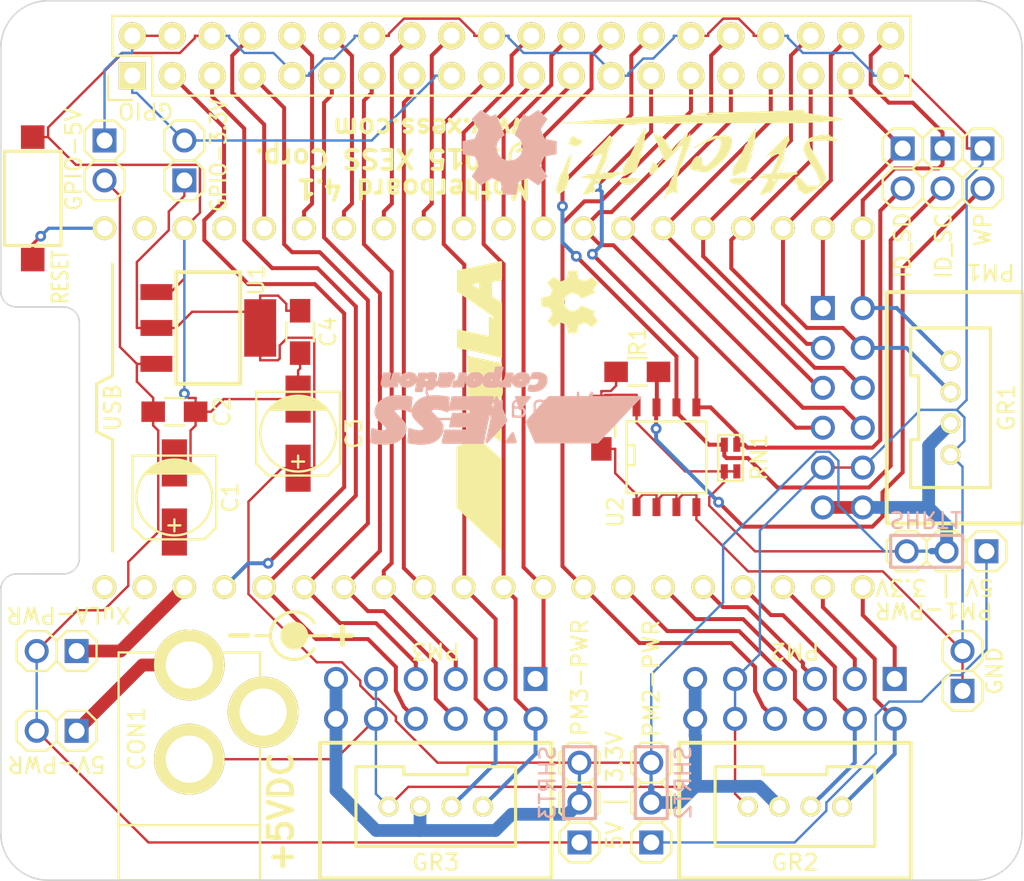
<source format=kicad_pcb>
(kicad_pcb (version 20171130) (host pcbnew "(5.1.12)-1")
  (title_block (title "StickIt! Motherboard / Raspberry Pi B+ Hat") (date "Tuesday, May 12, 2015") (rev 4.1) (company "XESS Corp.") (comment 1 "(c) 2015") (comment 2 CC-BY-SA))
  (layers (0 F.Cu signal) (31 B.Cu signal) (34 B.Paste user hide) (35 F.Paste user hide) (36 B.SilkS user hide) (37 F.SilkS user hide) (38 B.Mask user hide) (39 F.Mask user hide) (44 Edge.Cuts user))
  (net 0 "")
  (net 1 "Net-(J1-Pad1)")
  (net 2 "Net-(CON1-Pad1)")
  (net 3 "Net-(CON1-Pad3)")
  (net 4 +3.3V)
  (net 5 +5V)
  (net 6 GND)
  (net 7 CHAN6)
  (net 8 CHAN5)
  (net 9 CHAN4)
  (net 10 CHAN2)
  (net 11 CHAN3)
  (net 12 CHAN0)
  (net 13 CHAN1)
  (net 14 CHANCLK)
  (net 15 +5V-XuLA)
  (net 16 CHAN31)
  (net 17 CHAN30)
  (net 18 CHAN29)
  (net 19 CHAN28)
  (net 20 CHAN27)
  (net 21 CHAN26)
  (net 22 CHAN25)
  (net 23 CHAN24)
  (net 24 CHAN23)
  (net 25 CHAN22)
  (net 26 CHAN21)
  (net 27 CHAN20)
  (net 28 CHAN19)
  (net 29 CHAN18)
  (net 30 CHAN17)
  (net 31 CHAN16)
  (net 32 CHAN15)
  (net 33 CHAN7)
  (net 34 CHAN8)
  (net 35 CHAN9)
  (net 36 CHAN10)
  (net 37 CHAN11)
  (net 38 CHAN12)
  (net 39 CHAN13)
  (net 40 CHAN14)
  (net 41 ID_SD)
  (net 42 ID_SC)
  (net 43 +5V-RPi)
  (net 44 +3.3V-RPi)
  (net 45 "Net-(J1-Pad2)")
  (net 46 "Net-(J1-Pad37)")
  (net 47 "Net-(J1-Pad39)")
  (net 48 "Net-(J1-Pad40)")
  (net 49 "Net-(JP8-Pad2)")
  (net 50 "Net-(GR1-Pad3)")
  (net 51 "Net-(GR2-Pad3)")
  (net 52 "Net-(GR3-Pad3)")
  (module Connect:BARREL_JACK (layer F.Cu) (at 12 49 90)
    (fp_text reference CON1 (at 1.502 -3.364 90) (layer F.SilkS))
    (fp_text value BARREL_JACK)
    (pad 1 thru_hole circle (at 6.20014 0 90) (size 4.5 4.5) (drill 3) (layers *.Cu *.Mask F.SilkS) (net 2 "Net-(CON1-Pad1)"))
    (pad 2 thru_hole circle (at 0.20066 0 90) (size 4.5 4.5) (drill 3) (layers *.Cu *.Mask F.SilkS) (net 6 GND))
    (pad 3 thru_hole circle (at 3.2004 4.699 90) (size 4.5 4.5) (drill 3) (layers *.Cu *.Mask F.SilkS) (net 3 "Net-(CON1-Pad3)"))
  )
  (module XESS:CTS_742C043 (layer F.Cu) (at 46.45 29.62)
    (fp_text reference RN1 (at 1.81 -0.0544 90) (layer F.SilkS))
    (fp_text value 3.9K hide)
    (pad 1 smd rect (at -0.4 0.85) (size 0.45 0.9) (layers F.Cu F.Paste F.Mask) (net 4 +3.3V))
    (pad 2 smd rect (at 0.4 0.85) (size 0.45 0.9) (layers F.Cu F.Paste F.Mask) (net 4 +3.3V))
    (pad 3 smd rect (at 0.4 -0.85) (size 0.45 0.9) (layers F.Cu F.Paste F.Mask) (net 41 ID_SD))
    (pad 4 smd rect (at -0.4 -0.85) (size 0.45 0.9) (layers F.Cu F.Paste F.Mask) (net 42 ID_SC))
  )
  (module XESS:xess-JSHORT (layer B.Cu) (at 59.234 35.55 180)
    (fp_text reference J3 hide)
    (fp_text value JSHORTNORMAL hide)
    (fp_line (start 0 0) (end 0.635 0) (layer B.Cu) (width 0.2032))
    (pad 1 smd rect (at 0 0 180) (size 0.4064 0.2032) (layers B.Cu B.Paste B.Mask) (net 50 "Net-(GR1-Pad3)"))
    (pad 2 smd rect (at 0.635 0 180) (size 0.4064 0.2032) (layers B.Cu B.Paste B.Mask) (net 4 +3.3V))
  )
  (module XESS:XuLA_IO_Hdr (layer F.Cu) (at 6.604 37.846 90)
    (fp_text reference J1 hide)
    (fp_text value XuLA_IO_HDR hide)
    (pad 1 thru_hole circle (at 0 0 90) (size 1.5 1.5) (drill 1) (layers *.Cu *.Mask F.SilkS) (net 1 "Net-(J1-Pad1)"))
    (pad 2 thru_hole circle (at 0 2.54 90) (size 1.5 1.5) (drill 1) (layers *.Cu *.Mask F.SilkS) (net 45 "Net-(J1-Pad2)"))
    (pad 3 thru_hole circle (at 0 5.08 90) (size 1.5 1.5) (drill 1) (layers *.Cu *.Mask F.SilkS) (net 15 +5V-XuLA))
    (pad 4 thru_hole circle (at 0 7.62 90) (size 1.5 1.5) (drill 1) (layers *.Cu *.Mask F.SilkS) (net 16 CHAN31))
    (pad 5 thru_hole circle (at 0 10.16 90) (size 1.5 1.5) (drill 1) (layers *.Cu *.Mask F.SilkS) (net 17 CHAN30))
    (pad 6 thru_hole circle (at 0 12.7 90) (size 1.5 1.5) (drill 1) (layers *.Cu *.Mask F.SilkS) (net 18 CHAN29))
    (pad 7 thru_hole circle (at 0 15.24 90) (size 1.5 1.5) (drill 1) (layers *.Cu *.Mask F.SilkS) (net 19 CHAN28))
    (pad 8 thru_hole circle (at 0 17.78 90) (size 1.5 1.5) (drill 1) (layers *.Cu *.Mask F.SilkS) (net 20 CHAN27))
    (pad 9 thru_hole circle (at 0 20.32 90) (size 1.5 1.5) (drill 1) (layers *.Cu *.Mask F.SilkS) (net 21 CHAN26))
    (pad 10 thru_hole circle (at 0 22.86 90) (size 1.5 1.5) (drill 1) (layers *.Cu *.Mask F.SilkS) (net 22 CHAN25))
    (pad 11 thru_hole circle (at 0 25.4 90) (size 1.5 1.5) (drill 1) (layers *.Cu *.Mask F.SilkS) (net 23 CHAN24))
    (pad 12 thru_hole circle (at 0 27.94 90) (size 1.5 1.5) (drill 1) (layers *.Cu *.Mask F.SilkS) (net 24 CHAN23))
    (pad 13 thru_hole circle (at 0 30.48 90) (size 1.5 1.5) (drill 1) (layers *.Cu *.Mask F.SilkS) (net 25 CHAN22))
    (pad 14 thru_hole circle (at 0 33.02 90) (size 1.5 1.5) (drill 1) (layers *.Cu *.Mask F.SilkS) (net 26 CHAN21))
    (pad 15 thru_hole circle (at 0 35.56 90) (size 1.5 1.5) (drill 1) (layers *.Cu *.Mask F.SilkS) (net 27 CHAN20))
    (pad 16 thru_hole circle (at 0 38.1 90) (size 1.5 1.5) (drill 1) (layers *.Cu *.Mask F.SilkS) (net 28 CHAN19))
    (pad 17 thru_hole circle (at 0 40.64 90) (size 1.5 1.5) (drill 1) (layers *.Cu *.Mask F.SilkS) (net 29 CHAN18))
    (pad 18 thru_hole circle (at 0 43.18 90) (size 1.5 1.5) (drill 1) (layers *.Cu *.Mask F.SilkS) (net 30 CHAN17))
    (pad 19 thru_hole circle (at 0 45.72 90) (size 1.5 1.5) (drill 1) (layers *.Cu *.Mask F.SilkS) (net 31 CHAN16))
    (pad 20 thru_hole circle (at 0 48.26 90) (size 1.5 1.5) (drill 1) (layers *.Cu *.Mask F.SilkS) (net 32 CHAN15))
    (pad 21 thru_hole circle (at 22.86 48.26 90) (size 1.5 1.5) (drill 1) (layers *.Cu *.Mask F.SilkS) (net 14 CHANCLK))
    (pad 22 thru_hole circle (at 22.86 45.72 90) (size 1.5 1.5) (drill 1) (layers *.Cu *.Mask F.SilkS) (net 12 CHAN0))
    (pad 23 thru_hole circle (at 22.86 43.18 90) (size 1.5 1.5) (drill 1) (layers *.Cu *.Mask F.SilkS) (net 13 CHAN1))
    (pad 24 thru_hole circle (at 22.86 40.64 90) (size 1.5 1.5) (drill 1) (layers *.Cu *.Mask F.SilkS) (net 10 CHAN2))
    (pad 25 thru_hole circle (at 22.86 38.1 90) (size 1.5 1.5) (drill 1) (layers *.Cu *.Mask F.SilkS) (net 11 CHAN3))
    (pad 26 thru_hole circle (at 22.86 35.56 90) (size 1.5 1.5) (drill 1) (layers *.Cu *.Mask F.SilkS) (net 9 CHAN4))
    (pad 27 thru_hole circle (at 22.86 33.02 90) (size 1.5 1.5) (drill 1) (layers *.Cu *.Mask F.SilkS) (net 8 CHAN5))
    (pad 28 thru_hole circle (at 22.86 30.48 90) (size 1.5 1.5) (drill 1) (layers *.Cu *.Mask F.SilkS) (net 7 CHAN6))
    (pad 29 thru_hole circle (at 22.86 27.94 90) (size 1.5 1.5) (drill 1) (layers *.Cu *.Mask F.SilkS) (net 33 CHAN7))
    (pad 30 thru_hole circle (at 22.86 25.4 90) (size 1.5 1.5) (drill 1) (layers *.Cu *.Mask F.SilkS) (net 34 CHAN8))
    (pad 31 thru_hole circle (at 22.86 22.86 90) (size 1.5 1.5) (drill 1) (layers *.Cu *.Mask F.SilkS) (net 35 CHAN9))
    (pad 32 thru_hole circle (at 22.86 20.32 90) (size 1.5 1.5) (drill 1) (layers *.Cu *.Mask F.SilkS) (net 36 CHAN10))
    (pad 33 thru_hole circle (at 22.86 17.78 90) (size 1.5 1.5) (drill 1) (layers *.Cu *.Mask F.SilkS) (net 37 CHAN11))
    (pad 34 thru_hole circle (at 22.86 15.24 90) (size 1.5 1.5) (drill 1) (layers *.Cu *.Mask F.SilkS) (net 38 CHAN12))
    (pad 35 thru_hole circle (at 22.86 12.7 90) (size 1.5 1.5) (drill 1) (layers *.Cu *.Mask F.SilkS) (net 39 CHAN13))
    (pad 36 thru_hole circle (at 22.86 10.16 90) (size 1.5 1.5) (drill 1) (layers *.Cu *.Mask F.SilkS) (net 40 CHAN14))
    (pad 37 thru_hole circle (at 22.86 7.62 90) (size 1.5 1.5) (drill 1) (layers *.Cu *.Mask F.SilkS) (net 46 "Net-(J1-Pad37)"))
    (pad 38 thru_hole circle (at 22.86 5.08 90) (size 1.5 1.5) (drill 1) (layers *.Cu *.Mask F.SilkS) (net 6 GND))
    (pad 39 thru_hole circle (at 22.86 2.54 90) (size 1.5 1.5) (drill 1) (layers *.Cu *.Mask F.SilkS) (net 47 "Net-(J1-Pad39)"))
    (pad 40 thru_hole circle (at 22.86 0 90) (size 1.5 1.5) (drill 1) (layers *.Cu *.Mask F.SilkS) (net 48 "Net-(J1-Pad40)"))
  )
  (module XESS:SOT-223 (layer F.Cu) (at 13.208 21.336)
    (fp_text reference U1 (at 3.048 -3.048 90) (layer F.SilkS))
    (fp_text value NCV1117)
    (pad 4 smd rect (at 3.302 0 270) (size 3.6576 2.032) (layers F.Cu F.Paste F.Mask) (net 4 +3.3V))
    (pad 2 smd rect (at -3.302 0 270) (size 1.016 2.032) (layers F.Cu F.Paste F.Mask) (net 4 +3.3V))
    (pad 3 smd rect (at -3.302 2.286 270) (size 1.016 2.032) (layers F.Cu F.Paste F.Mask) (net 5 +5V))
    (pad 1 smd rect (at -3.302 -2.286 270) (size 1.016 2.032) (layers F.Cu F.Paste F.Mask) (net 6 GND))
  )
  (module XESS:xess-JSHORT (layer B.Cu) (at 41.39 50.604 90)
    (fp_text reference J4 hide)
    (fp_text value JSHORTNORMAL hide)
    (fp_line (start 0 0) (end 0.635 0) (layer B.Cu) (width 0.2032))
    (pad 1 smd rect (at 0 0 90) (size 0.4064 0.2032) (layers B.Cu B.Paste B.Mask) (net 51 "Net-(GR2-Pad3)"))
    (pad 2 smd rect (at 0.635 0 90) (size 0.4064 0.2032) (layers B.Cu B.Paste B.Mask) (net 4 +3.3V))
  )
  (module XESS:xess-JSHORT (layer B.Cu) (at 36.83 50.614 90)
    (fp_text reference J5 hide)
    (fp_text value JSHORTNORMAL hide)
    (fp_line (start 0 0) (end 0.635 0) (layer B.Cu) (width 0.2032))
    (pad 1 smd rect (at 0 0 90) (size 0.4064 0.2032) (layers B.Cu B.Paste B.Mask) (net 52 "Net-(GR3-Pad3)"))
    (pad 2 smd rect (at 0.635 0 90) (size 0.4064 0.2032) (layers B.Cu B.Paste B.Mask) (net 4 +3.3V))
  )
  (module RPi_Hat:Pin_Header_Straight_2x20 (layer F.Cu) (at 32.5 4 90)
    (fp_text reference GPIO1 hide)
    (fp_text value RPi_GPIO hide)
    (pad 1 thru_hole rect (at -1.27 -24.13 90) (size 1.7272 1.7272) (drill 1.016) (layers *.Cu *.Mask F.SilkS) (net 44 +3.3V-RPi))
    (pad 2 thru_hole oval (at 1.27 -24.13 90) (size 1.7272 1.7272) (drill 1.016) (layers *.Cu *.Mask F.SilkS) (net 43 +5V-RPi))
    (pad 3 thru_hole oval (at -1.27 -21.59 90) (size 1.7272 1.7272) (drill 1.016) (layers *.Cu *.Mask F.SilkS) (net 16 CHAN31))
    (pad 4 thru_hole oval (at 1.27 -21.59 90) (size 1.7272 1.7272) (drill 1.016) (layers *.Cu *.Mask F.SilkS) (net 43 +5V-RPi))
    (pad 5 thru_hole oval (at -1.27 -19.05 90) (size 1.7272 1.7272) (drill 1.016) (layers *.Cu *.Mask F.SilkS) (net 17 CHAN30))
    (pad 6 thru_hole oval (at 1.27 -19.05 90) (size 1.7272 1.7272) (drill 1.016) (layers *.Cu *.Mask F.SilkS) (net 6 GND))
    (pad 7 thru_hole oval (at -1.27 -16.51 90) (size 1.7272 1.7272) (drill 1.016) (layers *.Cu *.Mask F.SilkS) (net 18 CHAN29))
    (pad 8 thru_hole oval (at 1.27 -16.51 90) (size 1.7272 1.7272) (drill 1.016) (layers *.Cu *.Mask F.SilkS) (net 40 CHAN14))
    (pad 9 thru_hole oval (at -1.27 -13.97 90) (size 1.7272 1.7272) (drill 1.016) (layers *.Cu *.Mask F.SilkS) (net 6 GND))
    (pad 10 thru_hole oval (at 1.27 -13.97 90) (size 1.7272 1.7272) (drill 1.016) (layers *.Cu *.Mask F.SilkS) (net 39 CHAN13))
    (pad 11 thru_hole oval (at -1.27 -11.43 90) (size 1.7272 1.7272) (drill 1.016) (layers *.Cu *.Mask F.SilkS) (net 19 CHAN28))
    (pad 12 thru_hole oval (at 1.27 -11.43 90) (size 1.7272 1.7272) (drill 1.016) (layers *.Cu *.Mask F.SilkS) (net 38 CHAN12))
    (pad 13 thru_hole oval (at -1.27 -8.89 90) (size 1.7272 1.7272) (drill 1.016) (layers *.Cu *.Mask F.SilkS) (net 20 CHAN27))
    (pad 14 thru_hole oval (at 1.27 -8.89 90) (size 1.7272 1.7272) (drill 1.016) (layers *.Cu *.Mask F.SilkS) (net 6 GND))
    (pad 15 thru_hole oval (at -1.27 -6.35 90) (size 1.7272 1.7272) (drill 1.016) (layers *.Cu *.Mask F.SilkS) (net 21 CHAN26))
    (pad 16 thru_hole oval (at 1.27 -6.35 90) (size 1.7272 1.7272) (drill 1.016) (layers *.Cu *.Mask F.SilkS) (net 37 CHAN11))
    (pad 17 thru_hole oval (at -1.27 -3.81 90) (size 1.7272 1.7272) (drill 1.016) (layers *.Cu *.Mask F.SilkS) (net 44 +3.3V-RPi))
    (pad 18 thru_hole oval (at 1.27 -3.81 90) (size 1.7272 1.7272) (drill 1.016) (layers *.Cu *.Mask F.SilkS) (net 36 CHAN10))
    (pad 19 thru_hole oval (at -1.27 -1.27 90) (size 1.7272 1.7272) (drill 1.016) (layers *.Cu *.Mask F.SilkS) (net 22 CHAN25))
    (pad 20 thru_hole oval (at 1.27 -1.27 90) (size 1.7272 1.7272) (drill 1.016) (layers *.Cu *.Mask F.SilkS) (net 6 GND))
    (pad 21 thru_hole oval (at -1.27 1.27 90) (size 1.7272 1.7272) (drill 1.016) (layers *.Cu *.Mask F.SilkS) (net 23 CHAN24))
    (pad 22 thru_hole oval (at 1.27 1.27 90) (size 1.7272 1.7272) (drill 1.016) (layers *.Cu *.Mask F.SilkS) (net 35 CHAN9))
    (pad 23 thru_hole oval (at -1.27 3.81 90) (size 1.7272 1.7272) (drill 1.016) (layers *.Cu *.Mask F.SilkS) (net 24 CHAN23))
    (pad 24 thru_hole oval (at 1.27 3.81 90) (size 1.7272 1.7272) (drill 1.016) (layers *.Cu *.Mask F.SilkS) (net 34 CHAN8))
    (pad 25 thru_hole oval (at -1.27 6.35 90) (size 1.7272 1.7272) (drill 1.016) (layers *.Cu *.Mask F.SilkS) (net 6 GND))
    (pad 26 thru_hole oval (at 1.27 6.35 90) (size 1.7272 1.7272) (drill 1.016) (layers *.Cu *.Mask F.SilkS) (net 33 CHAN7))
    (pad 27 thru_hole oval (at -1.27 8.89 90) (size 1.7272 1.7272) (drill 1.016) (layers *.Cu *.Mask F.SilkS) (net 41 ID_SD))
    (pad 28 thru_hole oval (at 1.27 8.89 90) (size 1.7272 1.7272) (drill 1.016) (layers *.Cu *.Mask F.SilkS) (net 42 ID_SC))
    (pad 29 thru_hole oval (at -1.27 11.43 90) (size 1.7272 1.7272) (drill 1.016) (layers *.Cu *.Mask F.SilkS) (net 25 CHAN22))
    (pad 30 thru_hole oval (at 1.27 11.43 90) (size 1.7272 1.7272) (drill 1.016) (layers *.Cu *.Mask F.SilkS) (net 6 GND))
    (pad 31 thru_hole oval (at -1.27 13.97 90) (size 1.7272 1.7272) (drill 1.016) (layers *.Cu *.Mask F.SilkS) (net 8 CHAN5))
    (pad 32 thru_hole oval (at 1.27 13.97 90) (size 1.7272 1.7272) (drill 1.016) (layers *.Cu *.Mask F.SilkS) (net 7 CHAN6))
    (pad 33 thru_hole oval (at -1.27 16.51 90) (size 1.7272 1.7272) (drill 1.016) (layers *.Cu *.Mask F.SilkS) (net 9 CHAN4))
    (pad 34 thru_hole oval (at 1.27 16.51 90) (size 1.7272 1.7272) (drill 1.016) (layers *.Cu *.Mask F.SilkS) (net 6 GND))
    (pad 35 thru_hole oval (at -1.27 19.05 90) (size 1.7272 1.7272) (drill 1.016) (layers *.Cu *.Mask F.SilkS) (net 10 CHAN2))
    (pad 36 thru_hole oval (at 1.27 19.05 90) (size 1.7272 1.7272) (drill 1.016) (layers *.Cu *.Mask F.SilkS) (net 11 CHAN3))
    (pad 37 thru_hole oval (at -1.27 21.59 90) (size 1.7272 1.7272) (drill 1.016) (layers *.Cu *.Mask F.SilkS) (net 12 CHAN0))
    (pad 38 thru_hole oval (at 1.27 21.59 90) (size 1.7272 1.7272) (drill 1.016) (layers *.Cu *.Mask F.SilkS) (net 13 CHAN1))
    (pad 39 thru_hole oval (at -1.27 24.13 90) (size 1.7272 1.7272) (drill 1.016) (layers *.Cu *.Mask F.SilkS) (net 6 GND))
    (pad 40 thru_hole oval (at 1.27 24.13 90) (size 1.7272 1.7272) (drill 1.016) (layers *.Cu *.Mask F.SilkS) (net 14 CHANCLK))
  )
  (module XESS:HDR_1x2 (layer F.Cu) (at 3.556 41.91 180)
    (fp_text reference JP5 hide)
    (fp_text value JUMPER hide)
    (pad 1 thru_hole rect (at -1.27 0 180) (size 1.524 1.524) (drill 1.016) (layers *.Cu *.Mask) (net 15 +5V-XuLA))
    (pad 2 thru_hole circle (at 1.27 0 180) (size 1.524 1.524) (drill 1.016) (layers *.Cu *.Mask) (net 5 +5V))
  )
  (module XESS:HDR_1x2 (layer F.Cu) (at 3.556 46.99 180)
    (fp_text reference JP6 hide)
    (fp_text value JUMPER hide)
    (pad 1 thru_hole rect (at -1.27 0 180) (size 1.524 1.524) (drill 1.016) (layers *.Cu *.Mask) (net 2 "Net-(CON1-Pad1)"))
    (pad 2 thru_hole circle (at 1.27 0 180) (size 1.524 1.524) (drill 1.016) (layers *.Cu *.Mask) (net 5 +5V))
  )
  (module XESS:HDR_1x3 (layer F.Cu) (at 60.198 35.56 180)
    (fp_text reference JP1 hide)
    (fp_text value JUMPER3 hide)
    (pad 1 thru_hole rect (at -2.54 0 180) (size 1.524 1.524) (drill 1.016) (layers *.Cu *.Mask) (net 5 +5V))
    (pad 2 thru_hole circle (at 0 0 180) (size 1.524 1.524) (drill 1.016) (layers *.Cu *.Mask) (net 50 "Net-(GR1-Pad3)"))
    (pad 3 thru_hole circle (at 2.54 0 180) (size 1.524 1.524) (drill 1.016) (layers *.Cu *.Mask) (net 4 +3.3V))
  )
  (module XESS:HDR_1x3 (layer F.Cu) (at 41.402 51.562 90)
    (fp_text reference JP2 hide)
    (fp_text value JUMPER3 hide)
    (pad 1 thru_hole rect (at -2.54 0 90) (size 1.524 1.524) (drill 1.016) (layers *.Cu *.Mask) (net 5 +5V))
    (pad 2 thru_hole circle (at 0 0 90) (size 1.524 1.524) (drill 1.016) (layers *.Cu *.Mask) (net 51 "Net-(GR2-Pad3)"))
    (pad 3 thru_hole circle (at 2.54 0 90) (size 1.524 1.524) (drill 1.016) (layers *.Cu *.Mask) (net 4 +3.3V))
  )
  (module XESS:HDR_1x3 (layer F.Cu) (at 36.83 51.562 90)
    (fp_text reference JP3 hide)
    (fp_text value JUMPER3 hide)
    (pad 1 thru_hole rect (at -2.54 0 90) (size 1.524 1.524) (drill 1.016) (layers *.Cu *.Mask) (net 5 +5V))
    (pad 2 thru_hole circle (at 0 0 90) (size 1.524 1.524) (drill 1.016) (layers *.Cu *.Mask) (net 52 "Net-(GR3-Pad3)"))
    (pad 3 thru_hole circle (at 2.54 0 90) (size 1.524 1.524) (drill 1.016) (layers *.Cu *.Mask) (net 4 +3.3V))
  )
  (module XESS:HDR_1x2 (layer F.Cu) (at 62.484 11.176 270)
    (fp_text reference JP8 hide)
    (fp_text value JUMPER hide)
    (pad 1 thru_hole rect (at -1.27 0 270) (size 1.524 1.524) (drill 1.016) (layers *.Cu *.Mask) (net 6 GND))
    (pad 2 thru_hole circle (at 1.27 0 270) (size 1.524 1.524) (drill 1.016) (layers *.Cu *.Mask) (net 49 "Net-(JP8-Pad2)"))
  )
  (module XESS:HDR_1x2 (layer F.Cu) (at 59.944 11.176 270)
    (fp_text reference JP9 hide)
    (fp_text value JUMPER hide)
    (pad 1 thru_hole rect (at -1.27 0 270) (size 1.524 1.524) (drill 1.016) (layers *.Cu *.Mask) (net 14 CHANCLK))
    (pad 2 thru_hole circle (at 1.27 0 270) (size 1.524 1.524) (drill 1.016) (layers *.Cu *.Mask) (net 42 ID_SC))
  )
  (module XESS:HDR_1x2 (layer F.Cu) (at 57.404 11.176 270)
    (fp_text reference JP10 hide)
    (fp_text value JUMPER hide)
    (pad 1 thru_hole rect (at -1.27 0 270) (size 1.524 1.524) (drill 1.016) (layers *.Cu *.Mask) (net 12 CHAN0))
    (pad 2 thru_hole circle (at 1.27 0 270) (size 1.524 1.524) (drill 1.016) (layers *.Cu *.Mask) (net 41 ID_SD))
  )
  (module SMD_Packages:SOIC-8-N (layer F.Cu) (at 42.37 29.57)
    (fp_text reference U2 (at -3.254 3.5008 90) (layer F.SilkS))
    (fp_text value CAT24C32)
    (pad 8 smd rect (at -1.905 -3.175) (size 0.508 1.143) (layers F.Cu F.Paste F.Mask) (net 4 +3.3V))
    (pad 7 smd rect (at -0.635 -3.175) (size 0.508 1.143) (layers F.Cu F.Paste F.Mask) (net 49 "Net-(JP8-Pad2)"))
    (pad 6 smd rect (at 0.635 -3.175) (size 0.508 1.143) (layers F.Cu F.Paste F.Mask) (net 42 ID_SC))
    (pad 5 smd rect (at 1.905 -3.175) (size 0.508 1.143) (layers F.Cu F.Paste F.Mask) (net 41 ID_SD))
    (pad 4 smd rect (at 1.905 3.175) (size 0.508 1.143) (layers F.Cu F.Paste F.Mask) (net 6 GND))
    (pad 3 smd rect (at 0.635 3.175) (size 0.508 1.143) (layers F.Cu F.Paste F.Mask) (net 6 GND))
    (pad 2 smd rect (at -0.635 3.175) (size 0.508 1.143) (layers F.Cu F.Paste F.Mask) (net 6 GND))
    (pad 1 smd rect (at -1.905 3.175) (size 0.508 1.143) (layers F.Cu F.Paste F.Mask) (net 6 GND))
  )
  (module XESS:HDR_1x2 (layer F.Cu) (at 6.604 10.668 270)
    (fp_text reference JP4 hide)
    (fp_text value JUMPER hide)
    (pad 1 thru_hole rect (at -1.27 0 270) (size 1.524 1.524) (drill 1.016) (layers *.Cu *.Mask) (net 43 +5V-RPi))
    (pad 2 thru_hole circle (at 1.27 0 270) (size 1.524 1.524) (drill 1.016) (layers *.Cu *.Mask) (net 5 +5V))
  )
  (module XESS:HDR_1x2 (layer F.Cu) (at 11.684 10.668 90)
    (fp_text reference JP7 hide)
    (fp_text value JUMPER hide)
    (pad 1 thru_hole rect (at -1.27 0 90) (size 1.524 1.524) (drill 1.016) (layers *.Cu *.Mask) (net 4 +3.3V))
    (pad 2 thru_hole circle (at 1.27 0 90) (size 1.524 1.524) (drill 1.016) (layers *.Cu *.Mask) (net 44 +3.3V-RPi))
  )
  (module RPi_Hat:RPi_Hat_Mounting_Hole (layer F.Cu) (at 3.5 4)
    (fp_text reference Noname_8 hide)
    (fp_text value "" hide)
    (pad "" np_thru_hole circle (at 0 0) (size 2.75 2.75) (drill 2.75) (layers *.Cu *.Mask) (clearance 1.725))
  )
  (module RPi_Hat:RPi_Hat_Mounting_Hole (layer F.Cu) (at 3.5 53)
    (fp_text reference Noname_7 hide)
    (fp_text value "" hide)
    (pad "" np_thru_hole circle (at 0 0) (size 2.75 2.75) (drill 2.75) (layers *.Cu *.Mask) (clearance 1.725))
  )
  (module RPi_Hat:RPi_Hat_Mounting_Hole (layer F.Cu) (at 61.5 53)
    (fp_text reference Noname_6 hide)
    (fp_text value "" hide)
    (pad "" np_thru_hole circle (at 0 0) (size 2.75 2.75) (drill 2.75) (layers *.Cu *.Mask) (clearance 1.725))
  )
  (module RPi_Hat:RPi_Hat_Mounting_Hole (layer F.Cu) (at 61.5 4)
    (fp_text reference Noname_5 hide)
    (fp_text value "" hide)
    (pad "" np_thru_hole circle (at 0 0) (size 2.75 2.75) (drill 2.75) (layers *.Cu *.Mask) (clearance 1.725))
  )
  (module XESS:HDR_1x2 (layer F.Cu) (at 61.214 43.18 90)
    (fp_text reference TP1 hide)
    (fp_text value JUMPER hide)
    (pad 1 thru_hole rect (at -1.27 0 90) (size 1.524 1.524) (drill 1.016) (layers *.Cu *.Mask) (net 6 GND))
    (pad 2 thru_hole circle (at 1.27 0 90) (size 1.524 1.524) (drill 1.016) (layers *.Cu *.Mask) (net 6 GND))
  )
  (module XESS:PMOD_SCKT-12 (layer F.Cu) (at 27.686 44.958 270)
    (fp_text reference PM3 hide)
    (fp_text value PMOD_SCKT-12 hide)
    (pad 9 thru_hole circle (at 1.27 -1.27 180) (size 1.524 1.524) (drill 1.016) (layers *.Cu *.Mask) (net 19 CHAN28))
    (pad 1 thru_hole rect (at -1.27 -6.35 270) (size 1.524 1.524) (drill 1.016) (layers *.Cu *.Mask) (net 24 CHAN23))
    (pad 3 thru_hole circle (at -1.27 -1.27 180) (size 1.524 1.524) (drill 1.016) (layers *.Cu *.Mask) (net 20 CHAN27))
    (pad 5 thru_hole circle (at -1.27 3.81 180) (size 1.524 1.524) (drill 1.016) (layers *.Cu *.Mask) (net 6 GND))
    (pad 7 thru_hole circle (at 1.27 -6.35 180) (size 1.524 1.524) (drill 1.016) (layers *.Cu *.Mask) (net 23 CHAN24))
    (pad 11 thru_hole circle (at 1.27 3.81 180) (size 1.524 1.524) (drill 1.016) (layers *.Cu *.Mask) (net 6 GND))
    (pad 10 thru_hole circle (at 1.27 1.27 180) (size 1.524 1.524) (drill 1.016) (layers *.Cu *.Mask) (net 17 CHAN30))
    (pad 2 thru_hole circle (at -1.27 -3.81 180) (size 1.524 1.524) (drill 1.016) (layers *.Cu *.Mask) (net 22 CHAN25))
    (pad 4 thru_hole circle (at -1.27 1.27 180) (size 1.524 1.524) (drill 1.016) (layers *.Cu *.Mask) (net 18 CHAN29))
    (pad 6 thru_hole circle (at -1.27 6.35 180) (size 1.524 1.524) (drill 1.016) (layers *.Cu *.Mask) (net 52 "Net-(GR3-Pad3)"))
    (pad 8 thru_hole circle (at 1.27 -3.81 180) (size 1.524 1.524) (drill 1.016) (layers *.Cu *.Mask) (net 21 CHAN26))
    (pad 12 thru_hole circle (at 1.27 6.35 180) (size 1.524 1.524) (drill 1.016) (layers *.Cu *.Mask) (net 52 "Net-(GR3-Pad3)"))
  )
  (module XESS:PMOD_SCKT-12 (layer F.Cu) (at 50.546 44.958 270)
    (fp_text reference PM2 hide)
    (fp_text value PMOD_SCKT-12 hide)
    (pad 9 thru_hole circle (at 1.27 -1.27 180) (size 1.524 1.524) (drill 1.016) (layers *.Cu *.Mask) (net 27 CHAN20))
    (pad 1 thru_hole rect (at -1.27 -6.35 270) (size 1.524 1.524) (drill 1.016) (layers *.Cu *.Mask) (net 32 CHAN15))
    (pad 3 thru_hole circle (at -1.27 -1.27 180) (size 1.524 1.524) (drill 1.016) (layers *.Cu *.Mask) (net 28 CHAN19))
    (pad 5 thru_hole circle (at -1.27 3.81 180) (size 1.524 1.524) (drill 1.016) (layers *.Cu *.Mask) (net 6 GND))
    (pad 7 thru_hole circle (at 1.27 -6.35 180) (size 1.524 1.524) (drill 1.016) (layers *.Cu *.Mask) (net 31 CHAN16))
    (pad 11 thru_hole circle (at 1.27 3.81 180) (size 1.524 1.524) (drill 1.016) (layers *.Cu *.Mask) (net 6 GND))
    (pad 10 thru_hole circle (at 1.27 1.27 180) (size 1.524 1.524) (drill 1.016) (layers *.Cu *.Mask) (net 25 CHAN22))
    (pad 2 thru_hole circle (at -1.27 -3.81 180) (size 1.524 1.524) (drill 1.016) (layers *.Cu *.Mask) (net 30 CHAN17))
    (pad 4 thru_hole circle (at -1.27 1.27 180) (size 1.524 1.524) (drill 1.016) (layers *.Cu *.Mask) (net 26 CHAN21))
    (pad 6 thru_hole circle (at -1.27 6.35 180) (size 1.524 1.524) (drill 1.016) (layers *.Cu *.Mask) (net 51 "Net-(GR2-Pad3)"))
    (pad 8 thru_hole circle (at 1.27 -3.81 180) (size 1.524 1.524) (drill 1.016) (layers *.Cu *.Mask) (net 29 CHAN18))
    (pad 12 thru_hole circle (at 1.27 6.35 180) (size 1.524 1.524) (drill 1.016) (layers *.Cu *.Mask) (net 51 "Net-(GR2-Pad3)"))
  )
  (module XESS:PMOD_SCKT-12 (layer F.Cu) (at 53.594 26.416)
    (fp_text reference PM1 hide)
    (fp_text value PMOD_SCKT-12 hide)
    (pad 9 thru_hole circle (at 1.27 -1.27 270) (size 1.524 1.524) (drill 1.016) (layers *.Cu *.Mask) (net 11 CHAN3))
    (pad 1 thru_hole rect (at -1.27 -6.35) (size 1.524 1.524) (drill 1.016) (layers *.Cu *.Mask) (net 12 CHAN0))
    (pad 3 thru_hole circle (at -1.27 -1.27 270) (size 1.524 1.524) (drill 1.016) (layers *.Cu *.Mask) (net 9 CHAN4))
    (pad 5 thru_hole circle (at -1.27 3.81 270) (size 1.524 1.524) (drill 1.016) (layers *.Cu *.Mask) (net 6 GND))
    (pad 7 thru_hole circle (at 1.27 -6.35 270) (size 1.524 1.524) (drill 1.016) (layers *.Cu *.Mask) (net 14 CHANCLK))
    (pad 11 thru_hole circle (at 1.27 3.81 270) (size 1.524 1.524) (drill 1.016) (layers *.Cu *.Mask) (net 6 GND))
    (pad 10 thru_hole circle (at 1.27 1.27 270) (size 1.524 1.524) (drill 1.016) (layers *.Cu *.Mask) (net 8 CHAN5))
    (pad 2 thru_hole circle (at -1.27 -3.81 270) (size 1.524 1.524) (drill 1.016) (layers *.Cu *.Mask) (net 10 CHAN2))
    (pad 4 thru_hole circle (at -1.27 1.27 270) (size 1.524 1.524) (drill 1.016) (layers *.Cu *.Mask) (net 7 CHAN6))
    (pad 6 thru_hole circle (at -1.27 6.35 270) (size 1.524 1.524) (drill 1.016) (layers *.Cu *.Mask) (net 50 "Net-(GR1-Pad3)"))
    (pad 8 thru_hole circle (at 1.27 -3.81 270) (size 1.524 1.524) (drill 1.016) (layers *.Cu *.Mask) (net 13 CHAN1))
    (pad 12 thru_hole circle (at 1.27 6.35 270) (size 1.524 1.524) (drill 1.016) (layers *.Cu *.Mask) (net 50 "Net-(GR1-Pad3)"))
  )
  (module XESS:RS-282G05A3-SM_RT (layer F.Cu) (at 2.032 13.081 90)
    (fp_text reference SW1 hide)
    (fp_text value SW_PUSH hide)
    (pad 2 smd rect (at 3.9 0 90) (size 1.5 1.5) (layers F.Cu F.Paste F.Mask) (net 6 GND))
    (pad 1 smd rect (at -3.9 0 90) (size 1.5 1.5) (layers F.Cu F.Paste F.Mask) (net 48 "Net-(J1-Pad40)"))
  )
  (module Capacitors_SMD:c_elec_5x5.3 (layer F.Cu) (at 18.923 28.067 270)
    (fp_text reference C3 (at 0 -3.556 270) (layer F.SilkS))
    (fp_text value 22uF)
    (pad 1 smd rect (at 2.19964 0 270) (size 2.99974 1.6002) (layers F.Cu F.Paste F.Mask) (net 4 +3.3V))
    (pad 2 smd rect (at -2.19964 0 270) (size 2.99974 1.6002) (layers F.Cu F.Paste F.Mask) (net 6 GND))
  )
  (module Capacitors_SMD:c_elec_5x5.3 (layer F.Cu) (at 11.049 32.131 270)
    (fp_text reference C1 (at 0 -3.556 270) (layer F.SilkS))
    (fp_text value 22uF)
    (pad 1 smd rect (at 2.19964 0 270) (size 2.99974 1.6002) (layers F.Cu F.Paste F.Mask) (net 5 +5V))
    (pad 2 smd rect (at -2.19964 0 270) (size 2.99974 1.6002) (layers F.Cu F.Paste F.Mask) (net 6 GND))
  )
  (module Resistors_SMD:R_0805_HandSoldering (layer F.Cu) (at 11.049 26.67)
    (fp_text reference C2 (at 3.048 0 90) (layer F.SilkS))
    (fp_text value 4.7uF)
    (pad 1 smd rect (at -1.35 0) (size 1.5 1.3) (layers F.Cu F.Paste F.Mask) (net 5 +5V))
    (pad 2 smd rect (at 1.35 0) (size 1.5 1.3) (layers F.Cu F.Paste F.Mask) (net 6 GND))
  )
  (module Resistors_SMD:R_0805_HandSoldering (layer F.Cu) (at 19.05 21.59 270)
    (fp_text reference C4 (at 0 -1.778 270) (layer F.SilkS))
    (fp_text value 4.7uF)
    (pad 1 smd rect (at -1.35 0 270) (size 1.5 1.3) (layers F.Cu F.Paste F.Mask) (net 4 +3.3V))
    (pad 2 smd rect (at 1.35 0 270) (size 1.5 1.3) (layers F.Cu F.Paste F.Mask) (net 6 GND))
  )
  (module Resistors_SMD:R_0805_HandSoldering (layer F.Cu) (at 38.227 27.686 270)
    (fp_text reference C5 (at 0.0508 1.651 270) (layer F.SilkS))
    (fp_text value 0.1uF)
    (pad 1 smd rect (at -1.35 0 270) (size 1.5 1.3) (layers F.Cu F.Paste F.Mask) (net 4 +3.3V))
    (pad 2 smd rect (at 1.35 0 270) (size 1.5 1.3) (layers F.Cu F.Paste F.Mask) (net 6 GND))
  )
  (module Resistors_SMD:R_0805_HandSoldering (layer F.Cu) (at 40.513 24.13)
    (fp_text reference R1 (at 0.0254 -1.9304 90) (layer F.SilkS))
    (fp_text value 1K)
    (pad 1 smd rect (at -1.35 0) (size 1.5 1.3) (layers F.Cu F.Paste F.Mask) (net 4 +3.3V))
    (pad 2 smd rect (at 1.35 0) (size 1.5 1.3) (layers F.Cu F.Paste F.Mask) (net 49 "Net-(JP8-Pad2)"))
  )
  (module XESS:GROVE_MALE (layer F.Cu) (at 60.452 26.416 270)
    (fp_text reference GR1 (at 0 -3.556 270) (layer F.SilkS) (effects (font (size 1.016 1.016) (thickness 0.1524))))
    (fp_text value Grove hide)
    (pad 3 thru_hole circle (at 1.00076 0 270) (size 1.27 1.27) (drill 0.8382) (layers *.Cu *.Mask F.SilkS) (net 50 "Net-(GR1-Pad3)"))
    (pad 2 thru_hole circle (at -1.00076 0 270) (size 1.27 1.27) (drill 0.8382) (layers *.Cu *.Mask F.SilkS) (net 13 CHAN1))
    (pad 4 thru_hole circle (at 2.99974 0 270) (size 1.27 1.27) (drill 0.8382) (layers *.Cu *.Mask F.SilkS) (net 6 GND))
    (pad 1 thru_hole circle (at -2.99974 0 270) (size 1.27 1.27) (drill 0.8382) (layers *.Cu *.Mask F.SilkS) (net 14 CHANCLK))
  )
  (module XESS:GROVE_MALE (layer F.Cu) (at 50.546 51.816 180)
    (fp_text reference GR2 (at 0 -3.556) (layer F.SilkS) (effects (font (size 1.016 1.016) (thickness 0.1524))))
    (fp_text value Grove hide)
    (pad 3 thru_hole circle (at 1.00076 0 180) (size 1.27 1.27) (drill 0.8382) (layers *.Cu *.Mask F.SilkS) (net 51 "Net-(GR2-Pad3)"))
    (pad 2 thru_hole circle (at -1.00076 0 180) (size 1.27 1.27) (drill 0.8382) (layers *.Cu *.Mask F.SilkS) (net 29 CHAN18))
    (pad 4 thru_hole circle (at 2.99974 0 180) (size 1.27 1.27) (drill 0.8382) (layers *.Cu *.Mask F.SilkS) (net 6 GND))
    (pad 1 thru_hole circle (at -2.99974 0 180) (size 1.27 1.27) (drill 0.8382) (layers *.Cu *.Mask F.SilkS) (net 31 CHAN16))
  )
  (module XESS:GROVE_MALE (layer F.Cu) (at 27.686 51.816 180)
    (fp_text reference GR3 (at 0 -3.556) (layer F.SilkS) (effects (font (size 1.016 1.016) (thickness 0.1524))))
    (fp_text value Grove hide)
    (pad 3 thru_hole circle (at 1.00076 0 180) (size 1.27 1.27) (drill 0.8382) (layers *.Cu *.Mask F.SilkS) (net 52 "Net-(GR3-Pad3)"))
    (pad 2 thru_hole circle (at -1.00076 0 180) (size 1.27 1.27) (drill 0.8382) (layers *.Cu *.Mask F.SilkS) (net 21 CHAN26))
    (pad 4 thru_hole circle (at 2.99974 0 180) (size 1.27 1.27) (drill 0.8382) (layers *.Cu *.Mask F.SilkS) (net 6 GND))
    (pad 1 thru_hole circle (at -2.99974 0 180) (size 1.27 1.27) (drill 0.8382) (layers *.Cu *.Mask F.SilkS) (net 23 CHAN24))
  )
  (module XESS:xesscorp2 (layer B.Cu) (at 32.131 26.289)
    (fp_text reference Noname_4 (at 0 0) (layer B.SilkS) (effects (font (size 1.524 1.524)) (justify mirror)))
    (fp_text value "" (at 0 0) (layer B.SilkS) (effects (font (size 1.524 1.524)) (justify mirror)))
  )
  (module "XESS Logos:oshw_logo_6mm" (layer B.Cu) (at 32.385 10.16)
    (fp_text reference Noname_3 hide)
    (fp_text value "" hide)
  )
  (module "XESS Logos:stickit_logo_18mm" (layer F.Cu) (at 44.45 10.287 180)
    (fp_text reference Noname_2 hide)
    (fp_text value "" hide)
  )
  (module "XESS Logos:LOGO-XULA-18x3" (layer F.Cu) (at 30.48 26.035 90)
    (fp_text reference G*** hide)
    (fp_text value LOGO hide)
  )
  (module "XESS Logos:oshw_logo_4mm" (layer F.Cu) (at 36.195 19.685 90)
    (fp_text reference Noname_1 hide)
    (fp_text value "" hide)
  )
  (gr_text GND (at 63.246 43.18 90) (layer F.SilkS) (effects (font (size 1 1))))
  (gr_text PM1 (at 62.992 17.78 180) (layer F.SilkS) (effects (font (size 1 1))))
  (gr_text PM2 (at 50.546 41.91 180) (layer F.SilkS) (effects (font (size 1 1))))
  (gr_text PM3 (at 27.686 41.91 180) (layer F.SilkS) (effects (font (size 1 1))))
  (gr_text GPIO (at 9.22 7.51 180) (layer F.SilkS) (effects (font (size 1 1))))
  (gr_text "Motherboard 4.1\nc 2015 XESS Corp.\nwww.xess.com" (at 33.88 10.54 180) (layer F.SilkS) (effects (font (size 1.2 1.2) (thickness 0.25)) (justify left)))
  (gr_text SHRT3 (at 34.798 50.292 90) (layer B.SilkS) (effects (font (size 1 1)) (justify mirror)))
  (gr_text SHRT2 (at 43.434 50.292 90) (layer B.SilkS) (effects (font (size 1 1)) (justify mirror)))
  (gr_text SHRT1 (at 58.928 33.528 180) (layer B.SilkS) (effects (font (size 1 1)) (justify mirror)))
  (gr_text USB (at 7.112 26.416 90) (layer F.SilkS) (effects (font (size 1 1))))
  (gr_text WP (at 62.5 13.9 90) (layer F.SilkS) (effects (font (size 1 1)) (justify right)))
  (gr_text ID_SD (at 57.4 13.88 90) (layer F.SilkS) (effects (font (size 1 1)) (justify right)))
  (gr_text ID_SC (at 60 13.92 90) (layer F.SilkS) (effects (font (size 1 1)) (justify right)))
  (gr_text PM1-PWR (at 59.394 39.34 180) (layer F.SilkS) (effects (font (size 1 1))))
  (gr_text PM2-PWR (at 41.402 47.498 90) (layer F.SilkS) (effects (font (size 1 1)) (justify left)))
  (gr_text PM3-PWR (at 36.85 47.434 90) (layer F.SilkS) (effects (font (size 1 1)) (justify left)))
  (gr_text GPIO-5V (at 4.64 10.61 90) (layer F.SilkS) (effects (font (size 1 1))))
  (gr_text GPIO-3.3V (at 13.86 10.35 90) (layer F.SilkS) (effects (font (size 1 0.9))))
  (gr_text 5V-PWR (at 3.556 49.1236 180) (layer F.SilkS) (effects (font (size 1 1))))
  (gr_text XuLA-PWR (at 4.318 39.624 180) (layer F.SilkS) (effects (font (size 1 1))))
  (gr_text - (at 15.178 40.812) (layer F.SilkS) (effects (font (size 1.5 1.5) (thickness 0.3))))
  (gr_text + (at 21.748 40.822) (layer F.SilkS) (effects (font (size 1.5 1.5) (thickness 0.3))))
  (gr_text +5VDC (at 17.8308 52.1716 90) (layer F.SilkS) (effects (font (size 1.5 1.5) (thickness 0.3))))
  (gr_text "5V | 3.3V" (at 59.436 37.846 180) (layer F.SilkS) (effects (font (size 1 1))))
  (gr_text "5V | 3.3V" (at 39.0652 50.8 90) (layer F.SilkS) (effects (font (size 1 1))))
  (gr_text RESET (at 3.7846 18.08988 90) (layer F.SilkS) (effects (font (size 1 0.75))))
  (gr_circle (center 33.3 10.43) (end 34.15 10.68) (layer F.SilkS) (width 0.2))
  (gr_circle (center 18.678 40.932) (end 19.128 40.742) (layer F.SilkS) (width 0.8))
  (gr_line (start 35.814 48.006) (end 35.814 52.578) (angle 90) (layer B.SilkS) (width 0.2))
  (gr_line (start 37.846 48.006) (end 35.814 48.006) (angle 90) (layer B.SilkS) (width 0.2))
  (gr_line (start 37.846 52.578) (end 37.846 48.006) (angle 90) (layer B.SilkS) (width 0.2))
  (gr_line (start 35.814 52.578) (end 37.846 52.578) (angle 90) (layer B.SilkS) (width 0.2))
  (gr_line (start 42.418 48.006) (end 40.386 48.006) (angle 90) (layer B.SilkS) (width 0.2))
  (gr_line (start 42.418 52.578) (end 42.418 48.006) (angle 90) (layer B.SilkS) (width 0.2))
  (gr_line (start 40.386 52.578) (end 42.418 52.578) (angle 90) (layer B.SilkS) (width 0.2))
  (gr_line (start 40.386 48.006) (end 40.386 52.578) (angle 90) (layer B.SilkS) (width 0.2))
  (gr_line (start 61.214 36.576) (end 56.642 36.576) (angle 90) (layer B.SilkS) (width 0.2))
  (gr_line (start 61.214 34.544) (end 61.214 36.576) (angle 90) (layer B.SilkS) (width 0.2))
  (gr_line (start 56.642 34.544) (end 61.214 34.544) (angle 90) (layer B.SilkS) (width 0.2))
  (gr_line (start 56.642 36.576) (end 56.642 34.544) (angle 90) (layer B.SilkS) (width 0.2))
  (gr_line (start 7.112 28.448) (end 7.112 35.56) (angle 90) (layer F.SilkS) (width 0.2))
  (gr_line (start 6.096 27.94) (end 7.112 28.448) (angle 90) (layer F.SilkS) (width 0.2))
  (gr_line (start 6.096 24.892) (end 6.096 27.94) (angle 90) (layer F.SilkS) (width 0.2))
  (gr_line (start 7.112 24.384) (end 6.096 24.892) (angle 90) (layer F.SilkS) (width 0.2))
  (gr_line (start 7.112 17.272) (end 7.112 24.384) (angle 90) (layer F.SilkS) (width 0.2))
  (gr_line (start 16.218 40.932) (end 17.168 40.932) (layer F.SilkS) (width 0.2))
  (gr_line (start 18.638 40.942) (end 20.738 40.942) (layer F.SilkS) (width 0.2))
  (gr_line (start 3 0.5) (end 62 0.5) (angle 90) (layer Edge.Cuts) (width 0.1))
  (gr_line (start 0 38) (end 0 53.5) (layer Edge.Cuts) (width 0.1))
  (gr_line (start 0 3.5) (end 0 19) (layer Edge.Cuts) (width 0.1))
  (gr_line (start 1 37) (end 4 37) (layer Edge.Cuts) (width 0.1))
  (gr_line (start 1 20) (end 4 20) (layer Edge.Cuts) (width 0.1))
  (gr_line (start 5 21) (end 5 36) (layer Edge.Cuts) (width 0.1))
  (gr_line (start 3 56.5) (end 62 56.5) (angle 90) (layer Edge.Cuts) (width 0.1))
  (gr_line (start 65 3.5) (end 65 53.5) (angle 90) (layer Edge.Cuts) (width 0.1))
  (gr_arc (start 18.678 40.932) (end 19.938 41.772) (angle 293.0350184) (layer F.SilkS) (width 0.2))
  (gr_arc (start 62 3.5) (end 62 0.5) (angle 90) (layer Edge.Cuts) (width 0.1))
  (gr_arc (start 3 3.5) (end 0 3.5) (angle 90) (layer Edge.Cuts) (width 0.1))
  (gr_arc (start 1 38) (end 0 38) (angle 90) (layer Edge.Cuts) (width 0.1))
  (gr_arc (start 4 36) (end 5 36) (angle 90) (layer Edge.Cuts) (width 0.1))
  (gr_arc (start 4 21) (end 4 20) (angle 90) (layer Edge.Cuts) (width 0.1))
  (gr_arc (start 1 19) (end 1 20) (angle 90) (layer Edge.Cuts) (width 0.1))
  (gr_arc (start 62 53.5) (end 65 53.5) (angle 90) (layer Edge.Cuts) (width 0.1))
  (gr_arc (start 3 53.5) (end 3 56.5) (angle 90) (layer Edge.Cuts) (width 0.1))
  (segment (start 12 42.7999) (end 9.0161 42.7999) (width 0.8128) (layer F.Cu) (net 2))
  (segment (start 9.0161 42.7999) (end 4.826 46.99) (width 0.8128) (layer F.Cu) (net 2))
  (segment (start 9.906 21.336) (end 8.6613 21.336) (width 0.1524) (layer F.Cu) (net 4))
  (segment (start 11.684 11.938) (end 11.684 12.9287) (width 0.1524) (layer F.Cu) (net 4))
  (segment (start 11.684 12.9287) (end 10.6933 13.9194) (width 0.1524) (layer F.Cu) (net 4))
  (segment (start 10.6933 13.9194) (end 10.6933 15.1069) (width 0.1524) (layer F.Cu) (net 4))
  (segment (start 10.6933 15.1069) (end 8.6613 17.1389) (width 0.1524) (layer F.Cu) (net 4))
  (segment (start 8.6613 17.1389) (end 8.6613 21.336) (width 0.1524) (layer F.Cu) (net 4))
  (segment (start 9.906 21.336) (end 11.1507 21.336) (width 0.1524) (layer F.Cu) (net 4))
  (segment (start 16.51 20.3072) (end 12.1795 20.3072) (width 0.1524) (layer F.Cu) (net 4))
  (segment (start 12.1795 20.3072) (end 11.1507 21.336) (width 0.1524) (layer F.Cu) (net 4))
  (segment (start 16.51 20.3072) (end 16.51 19.2785) (width 0.1524) (layer F.Cu) (net 4))
  (segment (start 16.51 21.336) (end 16.51 20.3072) (width 0.1524) (layer F.Cu) (net 4))
  (segment (start 57.658 35.56) (end 56.2519 35.56) (width 0.1524) (layer B.Cu) (net 4))
  (segment (start 56.2519 35.56) (end 53.3149 32.623) (width 0.1524) (layer B.Cu) (net 4))
  (segment (start 53.3149 32.623) (end 53.3149 29.7975) (width 0.1524) (layer B.Cu) (net 4))
  (segment (start 53.3149 29.7975) (end 52.7364 29.219) (width 0.1524) (layer B.Cu) (net 4))
  (segment (start 52.7364 29.219) (end 51.9033 29.219) (width 0.1524) (layer B.Cu) (net 4))
  (segment (start 51.9033 29.219) (end 45.9741 35.1482) (width 0.1524) (layer B.Cu) (net 4))
  (segment (start 45.9741 35.1482) (end 45.9741 38.8248) (width 0.1524) (layer B.Cu) (net 4))
  (segment (start 45.9741 38.8248) (end 41.402 43.3969) (width 0.1524) (layer B.Cu) (net 4))
  (segment (start 41.402 43.3969) (end 41.402 49.022) (width 0.1524) (layer B.Cu) (net 4))
  (segment (start 58.1671 35.55) (end 58.1571 35.56) (width 0.1524) (layer B.Cu) (net 4))
  (segment (start 58.1571 35.56) (end 57.658 35.56) (width 0.1524) (layer B.Cu) (net 4))
  (segment (start 46.85 30.47) (end 46.05 30.47) (width 0.1524) (layer F.Cu) (net 4))
  (segment (start 46.05 30.47) (end 46.05 31.1487) (width 0.1524) (layer F.Cu) (net 4))
  (segment (start 57.658 35.56) (end 48.0025 35.56) (width 0.1524) (layer F.Cu) (net 4))
  (segment (start 48.0025 35.56) (end 45.0949 32.6524) (width 0.1524) (layer F.Cu) (net 4))
  (segment (start 45.0949 32.6524) (end 45.0949 32.1038) (width 0.1524) (layer F.Cu) (net 4))
  (segment (start 45.0949 32.1038) (end 46.05 31.1487) (width 0.1524) (layer F.Cu) (net 4))
  (segment (start 36.83 49.022) (end 41.402 49.022) (width 0.1524) (layer F.Cu) (net 4))
  (segment (start 17.8942 30.2666) (end 15.7643 32.3965) (width 0.1524) (layer F.Cu) (net 4))
  (segment (start 15.7643 32.3965) (end 15.7643 38.2803) (width 0.1524) (layer F.Cu) (net 4))
  (segment (start 15.7643 38.2803) (end 20.1091 42.6251) (width 0.1524) (layer F.Cu) (net 4))
  (segment (start 20.1091 42.6251) (end 21.7105 42.6251) (width 0.1524) (layer F.Cu) (net 4))
  (segment (start 21.7105 42.6251) (end 22.8853 43.7999) (width 0.1524) (layer F.Cu) (net 4))
  (segment (start 22.8853 43.7999) (end 22.8853 44.1166) (width 0.1524) (layer F.Cu) (net 4))
  (segment (start 22.8853 44.1166) (end 23.7267 44.958) (width 0.1524) (layer F.Cu) (net 4))
  (segment (start 23.7267 44.958) (end 24.0196 44.958) (width 0.1524) (layer F.Cu) (net 4))
  (segment (start 24.0196 44.958) (end 25.1461 46.0845) (width 0.1524) (layer F.Cu) (net 4))
  (segment (start 25.1461 46.0845) (end 25.1461 46.3682) (width 0.1524) (layer F.Cu) (net 4))
  (segment (start 25.1461 46.3682) (end 27.7999 49.022) (width 0.1524) (layer F.Cu) (net 4))
  (segment (start 27.7999 49.022) (end 36.83 49.022) (width 0.1524) (layer F.Cu) (net 4))
  (segment (start 18.923 30.2666) (end 17.8942 30.2666) (width 0.1524) (layer F.Cu) (net 4))
  (segment (start 19.4374 30.2666) (end 18.923 30.2666) (width 0.1524) (layer F.Cu) (net 4))
  (segment (start 19.4374 30.2666) (end 19.9518 30.2666) (width 0.1524) (layer F.Cu) (net 4))
  (segment (start 58.599 35.55) (end 58.1671 35.55) (width 0.1524) (layer B.Cu) (net 4))
  (segment (start 41.402 49.022) (end 41.39 49.034) (width 0.1524) (layer B.Cu) (net 4))
  (segment (start 41.39 49.034) (end 41.39 49.969) (width 0.1524) (layer B.Cu) (net 4))
  (segment (start 36.83 49.022) (end 36.83 49.979) (width 0.1524) (layer B.Cu) (net 4))
  (segment (start 40.465 26.395) (end 40.465 27.3764) (width 0.1524) (layer F.Cu) (net 4))
  (segment (start 40.465 27.3764) (end 43.5586 30.47) (width 0.1524) (layer F.Cu) (net 4))
  (segment (start 43.5586 30.47) (end 46.05 30.47) (width 0.1524) (layer F.Cu) (net 4))
  (segment (start 40.465 25.9949) (end 40.465 26.395) (width 0.1524) (layer F.Cu) (net 4))
  (segment (start 40.465 25.9949) (end 40.465 25.5948) (width 0.1524) (layer F.Cu) (net 4))
  (segment (start 16.51 21.336) (end 16.51 23.3935) (width 0.1524) (layer F.Cu) (net 4))
  (segment (start 19.9518 30.2666) (end 19.9518 22.0491) (width 0.1524) (layer F.Cu) (net 4))
  (segment (start 19.9518 22.0491) (end 19.8627 21.96) (width 0.1524) (layer F.Cu) (net 4))
  (segment (start 19.8627 21.96) (end 18.2436 21.96) (width 0.1524) (layer F.Cu) (net 4))
  (segment (start 18.2436 21.96) (end 17.7547 22.4489) (width 0.1524) (layer F.Cu) (net 4))
  (segment (start 17.7547 22.4489) (end 17.7547 23.2754) (width 0.1524) (layer F.Cu) (net 4))
  (segment (start 17.7547 23.2754) (end 17.6366 23.3935) (width 0.1524) (layer F.Cu) (net 4))
  (segment (start 17.6366 23.3935) (end 16.51 23.3935) (width 0.1524) (layer F.Cu) (net 4))
  (segment (start 19.05 20.24) (end 18.1713 20.24) (width 0.1524) (layer F.Cu) (net 4))
  (segment (start 18.1713 20.24) (end 18.1713 19.8007) (width 0.1524) (layer F.Cu) (net 4))
  (segment (start 18.1713 19.8007) (end 17.6491 19.2785) (width 0.1524) (layer F.Cu) (net 4))
  (segment (start 17.6491 19.2785) (end 16.51 19.2785) (width 0.1524) (layer F.Cu) (net 4))
  (segment (start 38.227 25.8466) (end 38.4788 25.5948) (width 0.1524) (layer F.Cu) (net 4))
  (segment (start 38.4788 25.5948) (end 40.465 25.5948) (width 0.1524) (layer F.Cu) (net 4))
  (segment (start 38.227 25.8466) (end 38.227 25.3573) (width 0.1524) (layer F.Cu) (net 4))
  (segment (start 38.227 26.336) (end 38.227 25.8466) (width 0.1524) (layer F.Cu) (net 4))
  (segment (start 39.163 24.13) (end 39.163 25.0087) (width 0.1524) (layer F.Cu) (net 4))
  (segment (start 39.163 25.0087) (end 38.8144 25.3573) (width 0.1524) (layer F.Cu) (net 4))
  (segment (start 38.8144 25.3573) (end 38.227 25.3573) (width 0.1524) (layer F.Cu) (net 4))
  (segment (start 2.286 41.91) (end 4.8805 39.3155) (width 0.1524) (layer F.Cu) (net 5))
  (segment (start 4.8805 39.3155) (end 6.5543 39.3155) (width 0.1524) (layer F.Cu) (net 5))
  (segment (start 6.5543 39.3155) (end 8.1156 37.7542) (width 0.1524) (layer F.Cu) (net 5))
  (segment (start 8.1156 37.7542) (end 8.1156 36.2352) (width 0.1524) (layer F.Cu) (net 5))
  (segment (start 8.1156 36.2352) (end 10.0202 34.3306) (width 0.1524) (layer F.Cu) (net 5))
  (segment (start 2.286 46.99) (end 2.286 41.91) (width 0.1524) (layer B.Cu) (net 5))
  (segment (start 6.604 11.938) (end 7.5827 12.9167) (width 0.1524) (layer F.Cu) (net 5))
  (segment (start 7.5827 12.9167) (end 7.5827 22.5434) (width 0.1524) (layer F.Cu) (net 5))
  (segment (start 7.5827 22.5434) (end 8.6613 23.622) (width 0.1524) (layer F.Cu) (net 5))
  (segment (start 62.738 35.56) (end 62.738 41.8184) (width 0.1524) (layer B.Cu) (net 5))
  (segment (start 62.738 41.8184) (end 61.1076 43.4488) (width 0.1524) (layer B.Cu) (net 5))
  (segment (start 61.1076 43.4488) (end 60.285 43.4488) (width 0.1524) (layer B.Cu) (net 5))
  (segment (start 60.285 43.4488) (end 58.6046 45.1292) (width 0.1524) (layer B.Cu) (net 5))
  (segment (start 58.6046 45.1292) (end 56.5485 45.1292) (width 0.1524) (layer B.Cu) (net 5))
  (segment (start 56.5485 45.1292) (end 55.6871 45.9906) (width 0.1524) (layer B.Cu) (net 5))
  (segment (start 55.6871 45.9906) (end 55.6871 48.4247) (width 0.1524) (layer B.Cu) (net 5))
  (segment (start 55.6871 48.4247) (end 52.5463 51.5655) (width 0.1524) (layer B.Cu) (net 5))
  (segment (start 52.5463 51.5655) (end 52.5463 52.0825) (width 0.1524) (layer B.Cu) (net 5))
  (segment (start 52.5463 52.0825) (end 50.5268 54.102) (width 0.1524) (layer B.Cu) (net 5))
  (segment (start 50.5268 54.102) (end 41.402 54.102) (width 0.1524) (layer B.Cu) (net 5))
  (segment (start 36.83 54.102) (end 9.398 54.102) (width 0.1524) (layer F.Cu) (net 5))
  (segment (start 9.398 54.102) (end 2.286 46.99) (width 0.1524) (layer F.Cu) (net 5))
  (segment (start 41.402 54.102) (end 36.83 54.102) (width 0.1524) (layer F.Cu) (net 5))
  (segment (start 9.699 26.67) (end 9.699 27.5487) (width 0.1524) (layer F.Cu) (net 5))
  (segment (start 11.049 34.3306) (end 10.0202 34.3306) (width 0.1524) (layer F.Cu) (net 5))
  (segment (start 10.0202 34.3306) (end 10.0202 27.8699) (width 0.1524) (layer F.Cu) (net 5))
  (segment (start 10.0202 27.8699) (end 9.699 27.5487) (width 0.1524) (layer F.Cu) (net 5))
  (segment (start 9.699 26.67) (end 9.699 25.7913) (width 0.1524) (layer F.Cu) (net 5))
  (segment (start 9.906 23.622) (end 8.6613 23.622) (width 0.1524) (layer F.Cu) (net 5))
  (segment (start 9.699 25.7913) (end 8.6613 24.7536) (width 0.1524) (layer F.Cu) (net 5))
  (segment (start 8.6613 24.7536) (end 8.6613 23.622) (width 0.1524) (layer F.Cu) (net 5))
  (segment (start 12.399 25.7913) (end 11.958 25.7913) (width 0.1524) (layer F.Cu) (net 6))
  (segment (start 11.958 25.7913) (end 11.684 25.5173) (width 0.1524) (layer F.Cu) (net 6))
  (segment (start 11.684 14.986) (end 11.684 25.5173) (width 0.1524) (layer B.Cu) (net 6))
  (segment (start 12.399 26.67) (end 12.399 25.7913) (width 0.1524) (layer F.Cu) (net 6))
  (segment (start 11.684 14.986) (end 11.684 18.1911) (width 0.1524) (layer F.Cu) (net 6))
  (segment (start 11.684 18.1911) (end 10.8251 19.05) (width 0.1524) (layer F.Cu) (net 6))
  (segment (start 3.0107 9.181) (end 4.7769 10.9472) (width 0.1524) (layer F.Cu) (net 6))
  (segment (start 4.7769 10.9472) (end 12.5936 10.9472) (width 0.1524) (layer F.Cu) (net 6))
  (segment (start 12.5936 10.9472) (end 12.6748 11.0284) (width 0.1524) (layer F.Cu) (net 6))
  (segment (start 12.6748 11.0284) (end 12.6748 13.9952) (width 0.1524) (layer F.Cu) (net 6))
  (segment (start 12.6748 13.9952) (end 11.684 14.986) (width 0.1524) (layer F.Cu) (net 6))
  (segment (start 9.906 19.05) (end 10.8251 19.05) (width 0.1524) (layer F.Cu) (net 6))
  (segment (start 2.5214 9.181) (end 3.0107 9.181) (width 0.1524) (layer F.Cu) (net 6))
  (segment (start 2.032 9.181) (end 2.5214 9.181) (width 0.1524) (layer F.Cu) (net 6))
  (segment (start 46.736 50.5596) (end 46.736 46.228) (width 0.1524) (layer F.Cu) (net 6))
  (segment (start 47.5463 51.816) (end 46.736 51.0057) (width 0.1524) (layer F.Cu) (net 6))
  (segment (start 46.736 51.0057) (end 46.736 50.5596) (width 0.1524) (layer F.Cu) (net 6))
  (segment (start 24.6863 51.816) (end 25.9427 50.5596) (width 0.1524) (layer F.Cu) (net 6))
  (segment (start 25.9427 50.5596) (end 46.736 50.5596) (width 0.1524) (layer F.Cu) (net 6))
  (segment (start 46.736 43.688) (end 48.3157 42.1083) (width 0.1524) (layer B.Cu) (net 6))
  (segment (start 48.3157 42.1083) (end 48.3157 34.2343) (width 0.1524) (layer B.Cu) (net 6))
  (segment (start 48.3157 34.2343) (end 52.324 30.226) (width 0.1524) (layer B.Cu) (net 6))
  (segment (start 60.8498 26.5499) (end 61.3337 27.0338) (width 0.1524) (layer B.Cu) (net 6))
  (segment (start 61.3337 27.0338) (end 61.3337 28.534) (width 0.1524) (layer B.Cu) (net 6))
  (segment (start 61.3337 28.534) (end 60.452 29.4157) (width 0.1524) (layer B.Cu) (net 6))
  (segment (start 54.864 30.226) (end 58.5401 26.5499) (width 0.1524) (layer B.Cu) (net 6))
  (segment (start 58.5401 26.5499) (end 60.8498 26.5499) (width 0.1524) (layer B.Cu) (net 6))
  (segment (start 62.484 10.8967) (end 61.4732 11.9075) (width 0.1524) (layer B.Cu) (net 6))
  (segment (start 61.4732 11.9075) (end 61.4732 25.9265) (width 0.1524) (layer B.Cu) (net 6))
  (segment (start 61.4732 25.9265) (end 60.8498 26.5499) (width 0.1524) (layer B.Cu) (net 6))
  (segment (start 62.484 9.906) (end 62.484 10.8967) (width 0.1524) (layer B.Cu) (net 6))
  (segment (start 13.45 2.73) (end 14.5423 2.73) (width 0.1524) (layer B.Cu) (net 6))
  (segment (start 18.8038 5.27) (end 17.3561 3.8223) (width 0.1524) (layer B.Cu) (net 6))
  (segment (start 17.3561 3.8223) (end 15.4979 3.8223) (width 0.1524) (layer B.Cu) (net 6))
  (segment (start 15.4979 3.8223) (end 14.5423 2.8667) (width 0.1524) (layer B.Cu) (net 6))
  (segment (start 14.5423 2.8667) (end 14.5423 2.73) (width 0.1524) (layer B.Cu) (net 6))
  (segment (start 19.0762 5.27) (end 19.6223 5.27) (width 0.1524) (layer B.Cu) (net 6))
  (segment (start 18.53 5.27) (end 18.8038 5.27) (width 0.1524) (layer B.Cu) (net 6))
  (segment (start 19.0762 5.27) (end 18.8038 5.27) (width 0.1524) (layer B.Cu) (net 6))
  (segment (start 23.61 2.73) (end 22.5177 2.73) (width 0.1524) (layer B.Cu) (net 6))
  (segment (start 22.5177 2.73) (end 22.5177 2.8667) (width 0.1524) (layer B.Cu) (net 6))
  (segment (start 22.5177 2.8667) (end 21.2067 4.1777) (width 0.1524) (layer B.Cu) (net 6))
  (segment (start 21.2067 4.1777) (end 20.5779 4.1777) (width 0.1524) (layer B.Cu) (net 6))
  (segment (start 20.5779 4.1777) (end 19.6223 5.1333) (width 0.1524) (layer B.Cu) (net 6))
  (segment (start 19.6223 5.1333) (end 19.6223 5.27) (width 0.1524) (layer B.Cu) (net 6))
  (segment (start 23.61 2.73) (end 24.7023 2.73) (width 0.1524) (layer F.Cu) (net 6))
  (segment (start 31.23 2.73) (end 30.1377 2.73) (width 0.1524) (layer F.Cu) (net 6))
  (segment (start 30.1377 2.73) (end 30.1377 2.5935) (width 0.1524) (layer F.Cu) (net 6))
  (segment (start 30.1377 2.5935) (end 29.1819 1.6377) (width 0.1524) (layer F.Cu) (net 6))
  (segment (start 29.1819 1.6377) (end 25.6579 1.6377) (width 0.1524) (layer F.Cu) (net 6))
  (segment (start 25.6579 1.6377) (end 24.7023 2.5933) (width 0.1524) (layer F.Cu) (net 6))
  (segment (start 24.7023 2.5933) (end 24.7023 2.73) (width 0.1524) (layer F.Cu) (net 6))
  (segment (start 31.23 2.73) (end 32.3223 2.73) (width 0.1524) (layer B.Cu) (net 6))
  (segment (start 39.1238 5.27) (end 37.6761 3.8223) (width 0.1524) (layer B.Cu) (net 6))
  (segment (start 37.6761 3.8223) (end 33.2779 3.8223) (width 0.1524) (layer B.Cu) (net 6))
  (segment (start 33.2779 3.8223) (end 32.3223 2.8667) (width 0.1524) (layer B.Cu) (net 6))
  (segment (start 32.3223 2.8667) (end 32.3223 2.73) (width 0.1524) (layer B.Cu) (net 6))
  (segment (start 39.3962 5.27) (end 39.9423 5.27) (width 0.1524) (layer B.Cu) (net 6))
  (segment (start 38.85 5.27) (end 39.1238 5.27) (width 0.1524) (layer B.Cu) (net 6))
  (segment (start 39.3962 5.27) (end 39.1238 5.27) (width 0.1524) (layer B.Cu) (net 6))
  (segment (start 43.93 2.73) (end 42.8377 2.73) (width 0.1524) (layer B.Cu) (net 6))
  (segment (start 42.8377 2.73) (end 42.8377 2.8667) (width 0.1524) (layer B.Cu) (net 6))
  (segment (start 42.8377 2.8667) (end 41.5267 4.1777) (width 0.1524) (layer B.Cu) (net 6))
  (segment (start 41.5267 4.1777) (end 40.8979 4.1777) (width 0.1524) (layer B.Cu) (net 6))
  (segment (start 40.8979 4.1777) (end 39.9423 5.1333) (width 0.1524) (layer B.Cu) (net 6))
  (segment (start 39.9423 5.1333) (end 39.9423 5.27) (width 0.1524) (layer B.Cu) (net 6))
  (segment (start 43.93 2.73) (end 45.0223 2.73) (width 0.1524) (layer F.Cu) (net 6))
  (segment (start 49.01 2.73) (end 47.9177 2.73) (width 0.1524) (layer F.Cu) (net 6))
  (segment (start 47.9177 2.73) (end 47.9177 2.5935) (width 0.1524) (layer F.Cu) (net 6))
  (segment (start 47.9177 2.5935) (end 46.9619 1.6377) (width 0.1524) (layer F.Cu) (net 6))
  (segment (start 46.9619 1.6377) (end 45.9779 1.6377) (width 0.1524) (layer F.Cu) (net 6))
  (segment (start 45.9779 1.6377) (end 45.0223 2.5933) (width 0.1524) (layer F.Cu) (net 6))
  (segment (start 45.0223 2.5933) (end 45.0223 2.73) (width 0.1524) (layer F.Cu) (net 6))
  (segment (start 49.01 2.73) (end 50.1023 2.73) (width 0.1524) (layer B.Cu) (net 6))
  (segment (start 56.63 5.27) (end 55.5377 5.27) (width 0.1524) (layer B.Cu) (net 6))
  (segment (start 55.5377 5.27) (end 55.5377 5.1333) (width 0.1524) (layer B.Cu) (net 6))
  (segment (start 55.5377 5.1333) (end 54.2267 3.8223) (width 0.1524) (layer B.Cu) (net 6))
  (segment (start 54.2267 3.8223) (end 51.0579 3.8223) (width 0.1524) (layer B.Cu) (net 6))
  (segment (start 51.0579 3.8223) (end 50.1023 2.8667) (width 0.1524) (layer B.Cu) (net 6))
  (segment (start 50.1023 2.8667) (end 50.1023 2.73) (width 0.1524) (layer B.Cu) (net 6))
  (segment (start 56.63 5.27) (end 57.7223 5.27) (width 0.1524) (layer F.Cu) (net 6))
  (segment (start 62.484 9.906) (end 61.4933 9.906) (width 0.1524) (layer F.Cu) (net 6))
  (segment (start 61.4933 9.906) (end 61.4933 9.041) (width 0.1524) (layer F.Cu) (net 6))
  (segment (start 61.4933 9.041) (end 57.7223 5.27) (width 0.1524) (layer F.Cu) (net 6))
  (segment (start 61.214 41.91) (end 61.214 44.45) (width 0.1524) (layer F.Cu) (net 6))
  (segment (start 44.275 33.5452) (end 47.5682 36.8384) (width 0.1524) (layer F.Cu) (net 6))
  (segment (start 47.5682 36.8384) (end 56.1424 36.8384) (width 0.1524) (layer F.Cu) (net 6))
  (segment (start 56.1424 36.8384) (end 61.214 41.91) (width 0.1524) (layer F.Cu) (net 6))
  (segment (start 44.275 32.745) (end 44.275 33.5452) (width 0.1524) (layer F.Cu) (net 6))
  (segment (start 44.275 32.3779) (end 44.275 32.745) (width 0.1524) (layer F.Cu) (net 6))
  (segment (start 44.275 32.3779) (end 44.275 31.9448) (width 0.1524) (layer F.Cu) (net 6))
  (segment (start 43.005 32.3449) (end 43.4051 31.9448) (width 0.1524) (layer F.Cu) (net 6))
  (segment (start 43.4051 31.9448) (end 44.275 31.9448) (width 0.1524) (layer F.Cu) (net 6))
  (segment (start 43.005 32.3449) (end 43.005 31.9448) (width 0.1524) (layer F.Cu) (net 6))
  (segment (start 43.005 32.745) (end 43.005 32.3449) (width 0.1524) (layer F.Cu) (net 6))
  (segment (start 41.735 32.3449) (end 42.1351 31.9448) (width 0.1524) (layer F.Cu) (net 6))
  (segment (start 42.1351 31.9448) (end 43.005 31.9448) (width 0.1524) (layer F.Cu) (net 6))
  (segment (start 41.735 32.3449) (end 41.735 31.9448) (width 0.1524) (layer F.Cu) (net 6))
  (segment (start 41.735 32.745) (end 41.735 32.3449) (width 0.1524) (layer F.Cu) (net 6))
  (segment (start 40.465 32.3449) (end 40.8651 31.9448) (width 0.1524) (layer F.Cu) (net 6))
  (segment (start 40.8651 31.9448) (end 41.735 31.9448) (width 0.1524) (layer F.Cu) (net 6))
  (segment (start 40.465 32.3449) (end 40.465 31.9448) (width 0.1524) (layer F.Cu) (net 6))
  (segment (start 40.465 32.745) (end 40.465 32.3449) (width 0.1524) (layer F.Cu) (net 6))
  (segment (start 23.876 46.228) (end 21.3047 48.7993) (width 0.1524) (layer F.Cu) (net 6))
  (segment (start 21.3047 48.7993) (end 12 48.7993) (width 0.1524) (layer F.Cu) (net 6))
  (segment (start 23.876 46.228) (end 23.876 43.688) (width 0.1524) (layer B.Cu) (net 6))
  (segment (start 24.6863 51.816) (end 23.876 51.0057) (width 0.1524) (layer B.Cu) (net 6))
  (segment (start 23.876 51.0057) (end 23.876 46.228) (width 0.1524) (layer B.Cu) (net 6))
  (segment (start 46.736 46.228) (end 46.736 43.688) (width 0.1524) (layer B.Cu) (net 6))
  (segment (start 54.864 30.226) (end 52.324 30.226) (width 0.1524) (layer F.Cu) (net 6))
  (segment (start 13.45 2.73) (end 12.3577 2.73) (width 0.1524) (layer F.Cu) (net 6))
  (segment (start 3.0107 9.181) (end 3.0107 8.5693) (width 0.1524) (layer F.Cu) (net 6))
  (segment (start 3.0107 8.5693) (end 7.7577 3.8223) (width 0.1524) (layer F.Cu) (net 6))
  (segment (start 7.7577 3.8223) (end 11.4021 3.8223) (width 0.1524) (layer F.Cu) (net 6))
  (segment (start 11.4021 3.8223) (end 12.3577 2.8667) (width 0.1524) (layer F.Cu) (net 6))
  (segment (start 12.3577 2.8667) (end 12.3577 2.73) (width 0.1524) (layer F.Cu) (net 6))
  (segment (start 13.3777 26.67) (end 14.1803 25.8674) (width 0.1524) (layer F.Cu) (net 6))
  (segment (start 14.1803 25.8674) (end 18.923 25.8674) (width 0.1524) (layer F.Cu) (net 6))
  (segment (start 12.399 26.67) (end 12.399 27.5487) (width 0.1524) (layer F.Cu) (net 6))
  (segment (start 11.049 29.9314) (end 12.0778 29.9314) (width 0.1524) (layer F.Cu) (net 6))
  (segment (start 12.0778 29.9314) (end 12.0778 27.8699) (width 0.1524) (layer F.Cu) (net 6))
  (segment (start 12.0778 27.8699) (end 12.399 27.5487) (width 0.1524) (layer F.Cu) (net 6))
  (segment (start 12.399 26.67) (end 13.3777 26.67) (width 0.1524) (layer F.Cu) (net 6))
  (segment (start 19.05 22.94) (end 19.05 23.9187) (width 0.1524) (layer F.Cu) (net 6))
  (segment (start 19.05 23.9187) (end 18.923 24.0457) (width 0.1524) (layer F.Cu) (net 6))
  (segment (start 18.923 24.0457) (end 18.923 25.8674) (width 0.1524) (layer F.Cu) (net 6))
  (segment (start 38.227 29.036) (end 39.1057 29.036) (width 0.1524) (layer F.Cu) (net 6))
  (segment (start 39.1057 29.036) (end 39.1057 30.5855) (width 0.1524) (layer F.Cu) (net 6))
  (segment (start 39.1057 30.5855) (end 40.465 31.9448) (width 0.1524) (layer F.Cu) (net 6))
  (segment (start 60.452 29.4157) (end 61.214 30.1777) (width 0.1524) (layer B.Cu) (net 6))
  (segment (start 61.214 30.1777) (end 61.214 41.91) (width 0.1524) (layer B.Cu) (net 6))
  (via (at 11.684 25.5173) (size 0.6858) (layers F.Cu B.Cu) (net 6))
  (segment (start 37.084 14.986) (end 38.1635 16.0655) (width 0.254) (layer F.Cu) (net 7))
  (segment (start 38.1635 16.0655) (end 38.989 16.0655) (width 0.254) (layer F.Cu) (net 7))
  (segment (start 38.989 16.0655) (end 50.6095 27.686) (width 0.254) (layer F.Cu) (net 7))
  (segment (start 50.6095 27.686) (end 52.324 27.686) (width 0.254) (layer F.Cu) (net 7))
  (segment (start 46.47 2.73) (end 45.212 3.988) (width 0.254) (layer F.Cu) (net 7))
  (segment (start 45.212 3.988) (end 45.212 7.62) (width 0.254) (layer F.Cu) (net 7))
  (segment (start 45.212 7.62) (end 38.8754 13.9566) (width 0.254) (layer F.Cu) (net 7))
  (segment (start 38.8754 13.9566) (end 38.1134 13.9566) (width 0.254) (layer F.Cu) (net 7))
  (segment (start 38.1134 13.9566) (end 37.084 14.986) (width 0.254) (layer F.Cu) (net 7))
  (segment (start 46.47 5.27) (end 46.47 8.14) (width 0.254) (layer F.Cu) (net 8))
  (segment (start 46.47 8.14) (end 39.624 14.986) (width 0.254) (layer F.Cu) (net 8))
  (segment (start 39.624 14.986) (end 51.054 26.416) (width 0.254) (layer F.Cu) (net 8))
  (segment (start 51.054 26.416) (end 53.594 26.416) (width 0.254) (layer F.Cu) (net 8))
  (segment (start 53.594 26.416) (end 54.864 27.686) (width 0.254) (layer F.Cu) (net 8))
  (segment (start 49.01 5.27) (end 49.01 8.14) (width 0.254) (layer F.Cu) (net 9))
  (segment (start 49.01 8.14) (end 42.164 14.986) (width 0.254) (layer F.Cu) (net 9))
  (segment (start 42.164 14.986) (end 42.164 15.24) (width 0.254) (layer F.Cu) (net 9))
  (segment (start 42.164 15.24) (end 52.07 25.146) (width 0.254) (layer F.Cu) (net 9))
  (segment (start 52.07 25.146) (end 52.324 25.146) (width 0.254) (layer F.Cu) (net 9))
  (segment (start 51.55 5.27) (end 51.55 10.68) (width 0.254) (layer F.Cu) (net 10))
  (segment (start 51.55 10.68) (end 47.244 14.986) (width 0.254) (layer F.Cu) (net 10))
  (segment (start 47.244 14.986) (end 46.494 15.736) (width 0.254) (layer F.Cu) (net 10))
  (segment (start 46.494 15.736) (end 46.494 17.538) (width 0.254) (layer F.Cu) (net 10))
  (segment (start 46.494 17.538) (end 51.308 22.352) (width 0.254) (layer F.Cu) (net 10))
  (segment (start 51.308 22.352) (end 52.07 22.352) (width 0.254) (layer F.Cu) (net 10))
  (segment (start 52.07 22.352) (end 52.324 22.606) (width 0.254) (layer F.Cu) (net 10))
  (segment (start 44.704 14.986) (end 44.704 16.764) (width 0.254) (layer F.Cu) (net 11))
  (segment (start 44.704 16.764) (end 51.816 23.876) (width 0.254) (layer F.Cu) (net 11))
  (segment (start 51.816 23.876) (end 53.594 23.876) (width 0.254) (layer F.Cu) (net 11))
  (segment (start 53.594 23.876) (end 54.864 25.146) (width 0.254) (layer F.Cu) (net 11))
  (segment (start 51.55 2.73) (end 50.292 3.988) (width 0.254) (layer F.Cu) (net 11))
  (segment (start 50.292 3.988) (end 50.292 9.398) (width 0.254) (layer F.Cu) (net 11))
  (segment (start 50.292 9.398) (end 44.704 14.986) (width 0.254) (layer F.Cu) (net 11))
  (segment (start 52.324 14.986) (end 52.324 20.066) (width 0.254) (layer F.Cu) (net 12))
  (segment (start 57.404 9.906) (end 52.324 14.986) (width 0.254) (layer F.Cu) (net 12))
  (segment (start 54.09 5.27) (end 54.09 6.592) (width 0.254) (layer F.Cu) (net 12))
  (segment (start 54.09 6.592) (end 57.404 9.906) (width 0.254) (layer F.Cu) (net 12))
  (segment (start 49.784 14.986) (end 49.784 19.812) (width 0.254) (layer F.Cu) (net 13))
  (segment (start 49.784 19.812) (end 51.308 21.336) (width 0.254) (layer F.Cu) (net 13))
  (segment (start 51.308 21.336) (end 53.594 21.336) (width 0.254) (layer F.Cu) (net 13))
  (segment (start 53.594 21.336) (end 54.864 22.606) (width 0.254) (layer F.Cu) (net 13))
  (segment (start 54.09 2.73) (end 52.832 3.988) (width 0.254) (layer F.Cu) (net 13))
  (segment (start 52.832 3.988) (end 52.832 11.938) (width 0.254) (layer F.Cu) (net 13))
  (segment (start 52.832 11.938) (end 49.784 14.986) (width 0.254) (layer F.Cu) (net 13))
  (segment (start 60.452 25.4152) (end 57.6428 22.606) (width 0.254) (layer B.Cu) (net 13))
  (segment (start 57.6428 22.606) (end 54.864 22.606) (width 0.254) (layer B.Cu) (net 13))
  (segment (start 60.452 23.4163) (end 60.3733 23.4163) (width 0.254) (layer B.Cu) (net 14))
  (segment (start 60.3733 23.4163) (end 57.023 20.066) (width 0.254) (layer B.Cu) (net 14))
  (segment (start 57.023 20.066) (end 54.864 20.066) (width 0.254) (layer B.Cu) (net 14))
  (segment (start 54.864 14.986) (end 54.864 13.208) (width 0.254) (layer F.Cu) (net 14))
  (segment (start 54.864 13.208) (end 56.896 11.176) (width 0.254) (layer F.Cu) (net 14))
  (segment (start 56.896 11.176) (end 59.69 11.176) (width 0.254) (layer F.Cu) (net 14))
  (segment (start 59.69 11.176) (end 59.944 10.922) (width 0.254) (layer F.Cu) (net 14))
  (segment (start 59.944 10.922) (end 59.944 9.906) (width 0.254) (layer F.Cu) (net 14))
  (segment (start 54.864 14.986) (end 54.864 20.066) (width 0.254) (layer F.Cu) (net 14))
  (segment (start 59.944 9.906) (end 59.944 8.89) (width 0.254) (layer F.Cu) (net 14))
  (segment (start 59.944 8.89) (end 58.044 6.99) (width 0.254) (layer F.Cu) (net 14))
  (segment (start 58.044 6.99) (end 56.52 6.99) (width 0.254) (layer F.Cu) (net 14))
  (segment (start 56.52 6.99) (end 55.372 5.842) (width 0.254) (layer F.Cu) (net 14))
  (segment (start 55.372 5.842) (end 55.372 3.988) (width 0.254) (layer F.Cu) (net 14))
  (segment (start 55.372 3.988) (end 56.63 2.73) (width 0.254) (layer F.Cu) (net 14))
  (segment (start 11.684 37.846) (end 7.62 41.91) (width 0.8128) (layer F.Cu) (net 15))
  (segment (start 7.62 41.91) (end 4.826 41.91) (width 0.8128) (layer F.Cu) (net 15))
  (segment (start 14.224 37.846) (end 15.748 36.322) (width 0.254) (layer B.Cu) (net 16))
  (segment (start 15.748 36.322) (end 17.018 36.322) (width 0.254) (layer B.Cu) (net 16))
  (segment (start 10.91 5.27) (end 14.21 8.57) (width 0.254) (layer F.Cu) (net 16))
  (segment (start 14.21 8.57) (end 14.21 13.222) (width 0.254) (layer F.Cu) (net 16))
  (segment (start 14.21 13.222) (end 12.954 14.478) (width 0.254) (layer F.Cu) (net 16))
  (segment (start 12.954 14.478) (end 12.954 15.748) (width 0.254) (layer F.Cu) (net 16))
  (segment (start 12.954 15.748) (end 15.748 18.542) (width 0.254) (layer F.Cu) (net 16))
  (segment (start 15.748 18.542) (end 19.9847 18.542) (width 0.254) (layer F.Cu) (net 16))
  (segment (start 19.9847 18.542) (end 21.8567 20.414) (width 0.254) (layer F.Cu) (net 16))
  (segment (start 21.8567 20.414) (end 21.8567 31.4757) (width 0.254) (layer F.Cu) (net 16))
  (segment (start 21.8567 31.4757) (end 17.018 36.3144) (width 0.254) (layer F.Cu) (net 16))
  (segment (start 17.018 36.3144) (end 17.018 36.322) (width 0.254) (layer F.Cu) (net 16))
  (via (at 17.018 36.322) (size 0.6858) (layers F.Cu B.Cu) (net 16))
  (segment (start 16.764 37.846) (end 20.066 41.148) (width 0.254) (layer F.Cu) (net 17))
  (segment (start 20.066 41.148) (end 23.368 41.148) (width 0.254) (layer F.Cu) (net 17))
  (segment (start 23.368 41.148) (end 25.146 42.926) (width 0.254) (layer F.Cu) (net 17))
  (segment (start 25.146 42.926) (end 25.146 44.45) (width 0.254) (layer F.Cu) (net 17))
  (segment (start 25.146 44.45) (end 25.654 45.466) (width 0.254) (layer F.Cu) (net 17))
  (segment (start 25.654 45.466) (end 26.416 46.228) (width 0.254) (layer F.Cu) (net 17))
  (segment (start 13.45 5.27) (end 13.45 6.592) (width 0.254) (layer F.Cu) (net 17))
  (segment (start 13.45 6.592) (end 15.494 8.636) (width 0.254) (layer F.Cu) (net 17))
  (segment (start 15.494 8.636) (end 15.494 15.748) (width 0.254) (layer F.Cu) (net 17))
  (segment (start 15.494 15.748) (end 17.272 17.526) (width 0.254) (layer F.Cu) (net 17))
  (segment (start 17.272 17.526) (end 20.1549 17.526) (width 0.254) (layer F.Cu) (net 17))
  (segment (start 20.1549 17.526) (end 22.5984 19.9695) (width 0.254) (layer F.Cu) (net 17))
  (segment (start 22.5984 19.9695) (end 22.5984 32.0116) (width 0.254) (layer F.Cu) (net 17))
  (segment (start 22.5984 32.0116) (end 16.764 37.846) (width 0.254) (layer F.Cu) (net 17))
  (segment (start 19.304 37.846) (end 21.59 40.132) (width 0.254) (layer F.Cu) (net 18))
  (segment (start 21.59 40.132) (end 23.876 40.132) (width 0.254) (layer F.Cu) (net 18))
  (segment (start 23.876 40.132) (end 26.416 42.672) (width 0.254) (layer F.Cu) (net 18))
  (segment (start 26.416 42.672) (end 26.416 43.688) (width 0.254) (layer F.Cu) (net 18))
  (segment (start 15.99 5.27) (end 18.034 7.314) (width 0.254) (layer F.Cu) (net 18))
  (segment (start 18.034 7.314) (end 18.034 16.002) (width 0.254) (layer F.Cu) (net 18))
  (segment (start 18.034 16.002) (end 18.542 16.51) (width 0.254) (layer F.Cu) (net 18))
  (segment (start 18.542 16.51) (end 20.3022 16.51) (width 0.254) (layer F.Cu) (net 18))
  (segment (start 20.3022 16.51) (end 23.3655 19.5732) (width 0.254) (layer F.Cu) (net 18))
  (segment (start 23.3655 19.5732) (end 23.3655 33.7845) (width 0.254) (layer F.Cu) (net 18))
  (segment (start 23.3655 33.7845) (end 19.304 37.846) (width 0.254) (layer F.Cu) (net 18))
  (segment (start 21.844 37.846) (end 23.368 39.37) (width 0.254) (layer F.Cu) (net 19))
  (segment (start 23.368 39.37) (end 24.384 39.37) (width 0.254) (layer F.Cu) (net 19))
  (segment (start 24.384 39.37) (end 27.686 42.672) (width 0.254) (layer F.Cu) (net 19))
  (segment (start 27.686 42.672) (end 27.686 44.958) (width 0.254) (layer F.Cu) (net 19))
  (segment (start 27.686 44.958) (end 28.956 46.228) (width 0.254) (layer F.Cu) (net 19))
  (segment (start 21.07 5.27) (end 21.07 6.4913) (width 0.254) (layer F.Cu) (net 19))
  (segment (start 21.07 6.4913) (end 20.574 6.9873) (width 0.254) (layer F.Cu) (net 19))
  (segment (start 20.574 6.9873) (end 20.574 15.5702) (width 0.254) (layer F.Cu) (net 19))
  (segment (start 20.574 15.5702) (end 24.1325 19.1287) (width 0.254) (layer F.Cu) (net 19))
  (segment (start 24.1325 19.1287) (end 24.1325 35.5346) (width 0.254) (layer F.Cu) (net 19))
  (segment (start 24.1325 35.5346) (end 21.844 37.8231) (width 0.254) (layer F.Cu) (net 19))
  (segment (start 21.844 37.8231) (end 21.844 37.846) (width 0.254) (layer F.Cu) (net 19))
  (segment (start 24.384 37.846) (end 28.956 42.418) (width 0.254) (layer F.Cu) (net 20))
  (segment (start 28.956 42.418) (end 28.956 43.688) (width 0.254) (layer F.Cu) (net 20))
  (segment (start 23.61 5.27) (end 23.61 6.362) (width 0.254) (layer F.Cu) (net 20))
  (segment (start 23.61 6.362) (end 23.114 6.858) (width 0.254) (layer F.Cu) (net 20))
  (segment (start 23.114 6.858) (end 23.114 16.002) (width 0.254) (layer F.Cu) (net 20))
  (segment (start 23.114 16.002) (end 24.8793 17.7673) (width 0.254) (layer F.Cu) (net 20))
  (segment (start 24.8793 17.7673) (end 24.8793 36.3068) (width 0.254) (layer F.Cu) (net 20))
  (segment (start 24.8793 36.3068) (end 24.3764 36.8097) (width 0.254) (layer F.Cu) (net 20))
  (segment (start 24.3764 36.8097) (end 24.3764 37.8384) (width 0.254) (layer F.Cu) (net 20))
  (segment (start 24.3764 37.8384) (end 24.384 37.846) (width 0.254) (layer F.Cu) (net 20))
  (segment (start 26.924 37.846) (end 30.226 41.148) (width 0.254) (layer F.Cu) (net 21))
  (segment (start 30.226 41.148) (end 30.226 44.958) (width 0.254) (layer F.Cu) (net 21))
  (segment (start 30.226 44.958) (end 31.496 46.228) (width 0.254) (layer F.Cu) (net 21))
  (segment (start 26.15 5.27) (end 26.15 6.4913) (width 0.254) (layer F.Cu) (net 21))
  (segment (start 26.15 6.4913) (end 25.654 6.9873) (width 0.254) (layer F.Cu) (net 21))
  (segment (start 25.654 6.9873) (end 25.654 36.6268) (width 0.254) (layer F.Cu) (net 21))
  (segment (start 25.654 36.6268) (end 26.8732 37.846) (width 0.254) (layer F.Cu) (net 21))
  (segment (start 26.8732 37.846) (end 26.924 37.846) (width 0.254) (layer F.Cu) (net 21))
  (segment (start 28.6868 51.816) (end 29.3218 51.181) (width 0.254) (layer B.Cu) (net 21))
  (segment (start 29.3218 51.181) (end 29.337 51.181) (width 0.254) (layer B.Cu) (net 21))
  (segment (start 29.337 51.181) (end 31.496 49.022) (width 0.254) (layer B.Cu) (net 21))
  (segment (start 31.496 49.022) (end 31.496 46.228) (width 0.254) (layer B.Cu) (net 21))
  (segment (start 29.464 37.846) (end 31.496 39.878) (width 0.254) (layer F.Cu) (net 22))
  (segment (start 31.496 39.878) (end 31.496 43.688) (width 0.254) (layer F.Cu) (net 22))
  (segment (start 31.23 5.27) (end 28.194 8.306) (width 0.254) (layer F.Cu) (net 22))
  (segment (start 28.194 8.306) (end 28.194 16.002) (width 0.254) (layer F.Cu) (net 22))
  (segment (start 28.194 16.002) (end 29.5021 17.3101) (width 0.254) (layer F.Cu) (net 22))
  (segment (start 29.5021 17.3101) (end 29.5021 37.8079) (width 0.254) (layer F.Cu) (net 22))
  (segment (start 29.5021 37.8079) (end 29.464 37.846) (width 0.254) (layer F.Cu) (net 22))
  (segment (start 32.004 37.846) (end 32.766 38.608) (width 0.254) (layer F.Cu) (net 23))
  (segment (start 32.766 38.608) (end 32.766 44.958) (width 0.254) (layer F.Cu) (net 23))
  (segment (start 32.766 44.958) (end 34.036 46.228) (width 0.254) (layer F.Cu) (net 23))
  (segment (start 33.77 5.27) (end 33.77 5.854) (width 0.254) (layer F.Cu) (net 23))
  (segment (start 33.77 5.854) (end 30.734 8.89) (width 0.254) (layer F.Cu) (net 23))
  (segment (start 30.734 8.89) (end 30.734 16.002) (width 0.254) (layer F.Cu) (net 23))
  (segment (start 30.734 16.002) (end 32.004 17.272) (width 0.254) (layer F.Cu) (net 23))
  (segment (start 32.004 17.272) (end 32.004 37.846) (width 0.254) (layer F.Cu) (net 23))
  (segment (start 30.6857 51.816) (end 34.036 48.4657) (width 0.254) (layer B.Cu) (net 23))
  (segment (start 34.036 48.4657) (end 34.036 46.228) (width 0.254) (layer B.Cu) (net 23))
  (segment (start 34.544 37.846) (end 34.544 43.18) (width 0.254) (layer F.Cu) (net 24))
  (segment (start 34.544 43.18) (end 34.036 43.688) (width 0.254) (layer F.Cu) (net 24))
  (segment (start 36.31 5.27) (end 36.31 5.854) (width 0.254) (layer F.Cu) (net 24))
  (segment (start 36.31 5.854) (end 33.274 8.89) (width 0.254) (layer F.Cu) (net 24))
  (segment (start 33.274 8.89) (end 33.274 36.576) (width 0.254) (layer F.Cu) (net 24))
  (segment (start 33.274 36.576) (end 34.544 37.846) (width 0.254) (layer F.Cu) (net 24))
  (segment (start 43.93 5.27) (end 43.93 7.537) (width 0.254) (layer F.Cu) (net 25))
  (segment (start 43.93 7.537) (end 38.1955 13.2715) (width 0.254) (layer F.Cu) (net 25))
  (segment (start 38.1955 13.2715) (end 37.1485 13.2715) (width 0.254) (layer F.Cu) (net 25))
  (segment (start 37.1485 13.2715) (end 35.7505 14.6695) (width 0.254) (layer F.Cu) (net 25))
  (segment (start 35.7505 14.6695) (end 35.7505 36.5125) (width 0.254) (layer F.Cu) (net 25))
  (segment (start 35.7505 36.5125) (end 37.084 37.846) (width 0.254) (layer F.Cu) (net 25))
  (segment (start 37.084 37.846) (end 40.64 41.402) (width 0.254) (layer F.Cu) (net 25))
  (segment (start 40.64 41.402) (end 46.482 41.402) (width 0.254) (layer F.Cu) (net 25))
  (segment (start 46.482 41.402) (end 48.006 42.926) (width 0.254) (layer F.Cu) (net 25))
  (segment (start 48.006 42.926) (end 48.006 44.45) (width 0.254) (layer F.Cu) (net 25))
  (segment (start 48.006 44.45) (end 48.514 45.466) (width 0.254) (layer F.Cu) (net 25))
  (segment (start 48.514 45.466) (end 49.276 46.228) (width 0.254) (layer F.Cu) (net 25))
  (segment (start 39.624 37.846) (end 42.418 40.64) (width 0.254) (layer F.Cu) (net 26))
  (segment (start 42.418 40.64) (end 46.99 40.64) (width 0.254) (layer F.Cu) (net 26))
  (segment (start 46.99 40.64) (end 49.276 42.926) (width 0.254) (layer F.Cu) (net 26))
  (segment (start 49.276 42.926) (end 49.276 43.688) (width 0.254) (layer F.Cu) (net 26))
  (segment (start 42.164 37.846) (end 44.196 39.878) (width 0.254) (layer F.Cu) (net 27))
  (segment (start 44.196 39.878) (end 47.244 39.878) (width 0.254) (layer F.Cu) (net 27))
  (segment (start 47.244 39.878) (end 50.546 43.18) (width 0.254) (layer F.Cu) (net 27))
  (segment (start 50.546 43.18) (end 50.546 44.958) (width 0.254) (layer F.Cu) (net 27))
  (segment (start 50.546 44.958) (end 51.816 46.228) (width 0.254) (layer F.Cu) (net 27))
  (segment (start 44.704 37.846) (end 45.974 39.116) (width 0.254) (layer F.Cu) (net 28))
  (segment (start 45.974 39.116) (end 47.498 39.116) (width 0.254) (layer F.Cu) (net 28))
  (segment (start 47.498 39.116) (end 51.054 42.672) (width 0.254) (layer F.Cu) (net 28))
  (segment (start 51.054 42.672) (end 51.054 42.926) (width 0.254) (layer F.Cu) (net 28))
  (segment (start 51.054 42.926) (end 51.816 43.688) (width 0.254) (layer F.Cu) (net 28))
  (segment (start 51.5468 51.816) (end 52.1818 51.181) (width 0.254) (layer B.Cu) (net 29))
  (segment (start 52.1818 51.181) (end 52.197 51.181) (width 0.254) (layer B.Cu) (net 29))
  (segment (start 52.197 51.181) (end 54.356 49.022) (width 0.254) (layer B.Cu) (net 29))
  (segment (start 54.356 49.022) (end 54.356 46.228) (width 0.254) (layer B.Cu) (net 29))
  (segment (start 47.244 37.846) (end 49.022 39.624) (width 0.254) (layer F.Cu) (net 29))
  (segment (start 49.022 39.624) (end 49.784 39.624) (width 0.254) (layer F.Cu) (net 29))
  (segment (start 49.784 39.624) (end 53.086 42.926) (width 0.254) (layer F.Cu) (net 29))
  (segment (start 53.086 42.926) (end 53.086 44.958) (width 0.254) (layer F.Cu) (net 29))
  (segment (start 53.086 44.958) (end 54.356 46.228) (width 0.254) (layer F.Cu) (net 29))
  (segment (start 49.784 37.846) (end 54.356 42.418) (width 0.254) (layer F.Cu) (net 30))
  (segment (start 54.356 42.418) (end 54.356 43.688) (width 0.254) (layer F.Cu) (net 30))
  (segment (start 53.5457 51.816) (end 56.896 48.4657) (width 0.254) (layer B.Cu) (net 31))
  (segment (start 56.896 48.4657) (end 56.896 46.228) (width 0.254) (layer B.Cu) (net 31))
  (segment (start 52.324 37.846) (end 52.324 39.116) (width 0.254) (layer F.Cu) (net 31))
  (segment (start 52.324 39.116) (end 55.626 42.418) (width 0.254) (layer F.Cu) (net 31))
  (segment (start 55.626 42.418) (end 55.626 44.958) (width 0.254) (layer F.Cu) (net 31))
  (segment (start 55.626 44.958) (end 56.896 46.228) (width 0.254) (layer F.Cu) (net 31))
  (segment (start 54.864 37.846) (end 54.864 39.624) (width 0.254) (layer F.Cu) (net 32))
  (segment (start 54.864 39.624) (end 56.896 41.656) (width 0.254) (layer F.Cu) (net 32))
  (segment (start 56.896 41.656) (end 56.896 43.688) (width 0.254) (layer F.Cu) (net 32))
  (segment (start 34.544 14.986) (end 34.535 14.995) (width 0.254) (layer F.Cu) (net 33))
  (segment (start 38.85 2.73) (end 37.6 3.98) (width 0.254) (layer F.Cu) (net 33))
  (segment (start 37.6 3.98) (end 37.6 6.088) (width 0.254) (layer F.Cu) (net 33))
  (segment (start 37.6 6.088) (end 34.544 9.144) (width 0.254) (layer F.Cu) (net 33))
  (segment (start 34.544 9.144) (end 34.544 14.986) (width 0.254) (layer F.Cu) (net 33))
  (segment (start 36.31 2.73) (end 35.04 4) (width 0.254) (layer F.Cu) (net 34))
  (segment (start 35.04 4) (end 35.04 5.854) (width 0.254) (layer F.Cu) (net 34))
  (segment (start 35.04 5.854) (end 32.004 8.89) (width 0.254) (layer F.Cu) (net 34))
  (segment (start 32.004 8.89) (end 32.004 14.986) (width 0.254) (layer F.Cu) (net 34))
  (segment (start 33.77 2.73) (end 32.512 3.988) (width 0.254) (layer F.Cu) (net 35))
  (segment (start 32.512 3.988) (end 32.512 5.842) (width 0.254) (layer F.Cu) (net 35))
  (segment (start 32.512 5.842) (end 29.464 8.89) (width 0.254) (layer F.Cu) (net 35))
  (segment (start 29.464 8.89) (end 29.464 14.986) (width 0.254) (layer F.Cu) (net 35))
  (segment (start 28.69 2.73) (end 27.432 3.988) (width 0.254) (layer F.Cu) (net 36))
  (segment (start 27.432 3.988) (end 27.432 13.4173) (width 0.254) (layer F.Cu) (net 36))
  (segment (start 27.432 13.4173) (end 26.924 13.9253) (width 0.254) (layer F.Cu) (net 36))
  (segment (start 26.924 13.9253) (end 26.924 14.986) (width 0.254) (layer F.Cu) (net 36))
  (segment (start 26.15 2.73) (end 24.892 3.988) (width 0.254) (layer F.Cu) (net 37))
  (segment (start 24.892 3.988) (end 24.892 13.4173) (width 0.254) (layer F.Cu) (net 37))
  (segment (start 24.892 13.4173) (end 24.384 13.9253) (width 0.254) (layer F.Cu) (net 37))
  (segment (start 24.384 13.9253) (end 24.384 14.986) (width 0.254) (layer F.Cu) (net 37))
  (segment (start 21.07 2.73) (end 22.352 4.012) (width 0.254) (layer F.Cu) (net 38))
  (segment (start 22.352 4.012) (end 22.352 13.4173) (width 0.254) (layer F.Cu) (net 38))
  (segment (start 22.352 13.4173) (end 21.844 13.9253) (width 0.254) (layer F.Cu) (net 38))
  (segment (start 21.844 13.9253) (end 21.844 14.986) (width 0.254) (layer F.Cu) (net 38))
  (segment (start 18.53 2.73) (end 19.812 4.012) (width 0.254) (layer F.Cu) (net 39))
  (segment (start 19.812 4.012) (end 19.812 13.4173) (width 0.254) (layer F.Cu) (net 39))
  (segment (start 19.812 13.4173) (end 19.304 13.9253) (width 0.254) (layer F.Cu) (net 39))
  (segment (start 19.304 13.9253) (end 19.304 14.986) (width 0.254) (layer F.Cu) (net 39))
  (segment (start 16.764 14.986) (end 16.764 8.382) (width 0.254) (layer F.Cu) (net 40))
  (segment (start 16.764 8.382) (end 14.732 6.35) (width 0.254) (layer F.Cu) (net 40))
  (segment (start 14.732 6.35) (end 14.732 3.988) (width 0.254) (layer F.Cu) (net 40))
  (segment (start 14.732 3.988) (end 15.99 2.73) (width 0.254) (layer F.Cu) (net 40))
  (segment (start 57.404 12.446) (end 55.98 13.87) (width 0.254) (layer F.Cu) (net 41))
  (segment (start 55.98 13.87) (end 55.98 28.468) (width 0.254) (layer F.Cu) (net 41))
  (segment (start 55.98 28.468) (end 55.492 28.956) (width 0.254) (layer F.Cu) (net 41))
  (segment (start 55.492 28.956) (end 47.515 28.956) (width 0.254) (layer F.Cu) (net 41))
  (segment (start 47.515 28.956) (end 47.329 28.77) (width 0.254) (layer F.Cu) (net 41))
  (segment (start 47.329 28.77) (end 46.85 28.77) (width 0.254) (layer F.Cu) (net 41))
  (segment (start 46.85 28.77) (end 46.85 28.066) (width 0.254) (layer F.Cu) (net 41))
  (segment (start 46.85 28.066) (end 45.179 26.395) (width 0.254) (layer F.Cu) (net 41))
  (segment (start 45.179 26.395) (end 44.275 26.395) (width 0.254) (layer F.Cu) (net 41))
  (segment (start 44.275 26.395) (end 44.275 23.2565) (width 0.254) (layer F.Cu) (net 41))
  (segment (start 44.275 23.2565) (end 37.6555 16.637) (width 0.254) (layer F.Cu) (net 41))
  (segment (start 37.6555 16.637) (end 38.2524 16.0401) (width 0.254) (layer B.Cu) (net 41))
  (segment (start 38.2524 16.0401) (end 38.2524 12.6619) (width 0.254) (layer B.Cu) (net 41))
  (segment (start 38.2524 12.6619) (end 37.9095 12.319) (width 0.254) (layer B.Cu) (net 41))
  (segment (start 41.39 5.27) (end 41.39 8.8385) (width 0.254) (layer F.Cu) (net 41))
  (segment (start 41.39 8.8385) (end 37.9095 12.319) (width 0.254) (layer F.Cu) (net 41))
  (via (at 37.6555 16.637) (size 0.6858) (layers F.Cu B.Cu) (net 41))
  (via (at 37.9095 12.319) (size 0.6858) (layers F.Cu B.Cu) (net 41))
  (segment (start 59.944 12.446) (end 56.642 15.748) (width 0.254) (layer F.Cu) (net 42))
  (segment (start 56.642 15.748) (end 56.642 30.116) (width 0.254) (layer F.Cu) (net 42))
  (segment (start 56.642 30.116) (end 55.262 31.496) (width 0.254) (layer F.Cu) (net 42))
  (segment (start 55.262 31.496) (end 49.426 31.496) (width 0.254) (layer F.Cu) (net 42))
  (segment (start 49.426 31.496) (end 47.55 29.62) (width 0.254) (layer F.Cu) (net 42))
  (segment (start 47.55 29.62) (end 46.196 29.62) (width 0.254) (layer F.Cu) (net 42))
  (segment (start 46.196 29.62) (end 46.05 29.474) (width 0.254) (layer F.Cu) (net 42))
  (segment (start 46.05 29.474) (end 46.05 28.77) (width 0.254) (layer F.Cu) (net 42))
  (segment (start 43.005 26.395) (end 43.005 26.7125) (width 0.254) (layer F.Cu) (net 42))
  (segment (start 43.005 26.7125) (end 45.0625 28.77) (width 0.254) (layer F.Cu) (net 42))
  (segment (start 45.0625 28.77) (end 46.05 28.77) (width 0.254) (layer F.Cu) (net 42))
  (segment (start 43.005 26.395) (end 43.005 23.145) (width 0.254) (layer F.Cu) (net 42))
  (segment (start 43.005 23.145) (end 36.63 16.77) (width 0.254) (layer F.Cu) (net 42))
  (segment (start 36.63 16.77) (end 35.7505 15.8905) (width 0.254) (layer B.Cu) (net 42))
  (segment (start 35.7505 15.8905) (end 35.7505 13.589) (width 0.254) (layer B.Cu) (net 42))
  (segment (start 41.39 2.73) (end 40.132 3.988) (width 0.254) (layer F.Cu) (net 42))
  (segment (start 40.132 3.988) (end 40.132 7.7532) (width 0.254) (layer F.Cu) (net 42))
  (segment (start 40.132 7.7532) (end 35.7505 12.1348) (width 0.254) (layer F.Cu) (net 42))
  (segment (start 35.7505 12.1348) (end 35.7505 13.589) (width 0.254) (layer F.Cu) (net 42))
  (via (at 36.63 16.77) (size 0.6858) (layers F.Cu B.Cu) (net 42))
  (via (at 35.7505 13.589) (size 0.6858) (layers F.Cu B.Cu) (net 42))
  (segment (start 10.91 2.73) (end 8.37 2.73) (width 0.1524) (layer F.Cu) (net 43))
  (segment (start 8.37 2.73) (end 8.37 3.8223) (width 0.1524) (layer B.Cu) (net 43))
  (segment (start 6.604 9.398) (end 6.604 4.9056) (width 0.1524) (layer B.Cu) (net 43))
  (segment (start 6.604 4.9056) (end 7.6873 3.8223) (width 0.1524) (layer B.Cu) (net 43))
  (segment (start 7.6873 3.8223) (end 8.37 3.8223) (width 0.1524) (layer B.Cu) (net 43))
  (segment (start 28.69 5.27) (end 27.5977 5.27) (width 0.1524) (layer B.Cu) (net 44))
  (segment (start 27.5977 5.27) (end 27.5977 5.4065) (width 0.1524) (layer B.Cu) (net 44))
  (segment (start 27.5977 5.4065) (end 23.6062 9.398) (width 0.1524) (layer B.Cu) (net 44))
  (segment (start 23.6062 9.398) (end 11.684 9.398) (width 0.1524) (layer B.Cu) (net 44))
  (segment (start 8.37 5.27) (end 8.37 6.3623) (width 0.1524) (layer B.Cu) (net 44))
  (segment (start 11.684 9.398) (end 8.6483 6.3623) (width 0.1524) (layer B.Cu) (net 44))
  (segment (start 8.6483 6.3623) (end 8.37 6.3623) (width 0.1524) (layer B.Cu) (net 44))
  (segment (start 2.032 16.981) (end 2.032 16.002) (width 0.2032) (layer F.Cu) (net 48))
  (segment (start 2.032 16.002) (end 2.54 15.494) (width 0.2032) (layer F.Cu) (net 48))
  (segment (start 2.54 15.494) (end 3.048 14.986) (width 0.2032) (layer B.Cu) (net 48))
  (segment (start 3.048 14.986) (end 6.604 14.986) (width 0.2032) (layer B.Cu) (net 48))
  (via (at 2.54 15.494) (size 0.6858) (layers F.Cu B.Cu) (net 48))
  (segment (start 41.7988 24.1312) (end 41.8618 24.1312) (width 0.1524) (layer F.Cu) (net 49))
  (segment (start 41.8618 24.1312) (end 41.863 24.13) (width 0.1524) (layer F.Cu) (net 49))
  (segment (start 41.7988 24.1312) (end 41.7576 24.1724) (width 0.254) (layer F.Cu) (net 49))
  (segment (start 41.7576 24.1724) (end 41.7576 26.3724) (width 0.254) (layer F.Cu) (net 49))
  (segment (start 41.7576 26.3724) (end 41.735 26.395) (width 0.254) (layer F.Cu) (net 49))
  (segment (start 41.84 24.09) (end 41.7988 24.1312) (width 0.254) (layer F.Cu) (net 49))
  (segment (start 62.484 12.446) (end 57.404 17.526) (width 0.254) (layer F.Cu) (net 49))
  (segment (start 57.404 17.526) (end 57.404 30.524) (width 0.254) (layer F.Cu) (net 49))
  (segment (start 57.404 30.524) (end 56.12 31.808) (width 0.254) (layer F.Cu) (net 49))
  (segment (start 56.12 31.808) (end 56.12 33.348) (width 0.254) (layer F.Cu) (net 49))
  (segment (start 56.12 33.348) (end 55.48 33.988) (width 0.254) (layer F.Cu) (net 49))
  (segment (start 55.48 33.988) (end 47.248 33.988) (width 0.254) (layer F.Cu) (net 49))
  (segment (start 47.248 33.988) (end 45.69 32.43) (width 0.254) (layer F.Cu) (net 49))
  (segment (start 45.69 32.43) (end 41.71 28.45) (width 0.254) (layer B.Cu) (net 49))
  (segment (start 41.71 28.45) (end 41.71 27.75) (width 0.254) (layer B.Cu) (net 49))
  (segment (start 41.71 27.75) (end 41.71 26.42) (width 0.254) (layer F.Cu) (net 49))
  (segment (start 41.71 26.42) (end 41.735 26.395) (width 0.254) (layer F.Cu) (net 49))
  (via (at 45.69 32.43) (size 0.6858) (layers F.Cu B.Cu) (net 49))
  (via (at 41.71 27.75) (size 0.6858) (layers F.Cu B.Cu) (net 49))
  (segment (start 60.452 27.4168) (end 59.2582 28.6106) (width 0.8128) (layer B.Cu) (net 50))
  (segment (start 59.2582 28.6106) (end 59.2582 28.6258) (width 0.8128) (layer B.Cu) (net 50))
  (segment (start 59.2582 28.6258) (end 59.055 28.829) (width 0.8128) (layer B.Cu) (net 50))
  (segment (start 59.055 28.829) (end 59.055 32.766) (width 0.8128) (layer B.Cu) (net 50))
  (segment (start 60.198 35.56) (end 60.198 33.909) (width 0.8128) (layer B.Cu) (net 50))
  (segment (start 60.198 33.909) (end 59.055 32.766) (width 0.8128) (layer B.Cu) (net 50))
  (segment (start 59.055 32.766) (end 54.864 32.766) (width 0.8128) (layer B.Cu) (net 50))
  (segment (start 59.234 35.55) (end 60.188 35.55) (width 0.4064) (layer B.Cu) (net 50))
  (segment (start 60.188 35.55) (end 60.198 35.56) (width 0.4064) (layer B.Cu) (net 50))
  (segment (start 54.864 32.766) (end 52.324 32.766) (width 0.8128) (layer F.Cu) (net 50))
  (segment (start 49.5452 51.816) (end 48.2562 50.5269) (width 0.8128) (layer B.Cu) (net 51))
  (segment (start 48.2562 50.5269) (end 44.2151 50.5269) (width 0.8128) (layer B.Cu) (net 51))
  (segment (start 44.196 46.228) (end 44.196 47.3056) (width 0.8128) (layer B.Cu) (net 51))
  (segment (start 44.196 47.3056) (end 44.2151 47.3247) (width 0.8128) (layer B.Cu) (net 51))
  (segment (start 44.2151 47.3247) (end 44.2151 50.5269) (width 0.8128) (layer B.Cu) (net 51))
  (segment (start 44.2151 50.5269) (end 43.18 51.562) (width 0.8128) (layer B.Cu) (net 51))
  (segment (start 43.18 51.562) (end 41.402 51.562) (width 0.8128) (layer B.Cu) (net 51))
  (segment (start 41.402 51.562) (end 41.402 50.616) (width 0.4064) (layer B.Cu) (net 51))
  (segment (start 41.402 50.616) (end 41.39 50.604) (width 0.4064) (layer B.Cu) (net 51))
  (segment (start 44.196 46.228) (end 44.196 43.688) (width 0.8128) (layer B.Cu) (net 51))
  (segment (start 36.83 51.562) (end 36.0832 52.3088) (width 0.8128) (layer B.Cu) (net 52))
  (segment (start 36.0832 52.3088) (end 32.512 52.3088) (width 0.8128) (layer B.Cu) (net 52))
  (segment (start 32.512 52.3088) (end 31.4808 53.34) (width 0.8128) (layer B.Cu) (net 52))
  (segment (start 31.4808 53.34) (end 26.6408 53.34) (width 0.8128) (layer B.Cu) (net 52))
  (segment (start 26.6408 53.34) (end 23.8912 53.34) (width 0.8128) (layer B.Cu) (net 52))
  (segment (start 23.8912 53.34) (end 21.336 50.7848) (width 0.8128) (layer B.Cu) (net 52))
  (segment (start 21.336 50.7848) (end 21.336 46.228) (width 0.8128) (layer B.Cu) (net 52))
  (segment (start 26.6852 51.816) (end 26.6852 53.2956) (width 0.8128) (layer B.Cu) (net 52))
  (segment (start 26.6852 53.2956) (end 26.6408 53.34) (width 0.8128) (layer B.Cu) (net 52))
  (segment (start 36.83 51.562) (end 36.83 50.614) (width 0.4064) (layer B.Cu) (net 52))
  (segment (start 21.336 46.228) (end 21.336 43.688) (width 0.8128) (layer B.Cu) (net 52))
)
</source>
